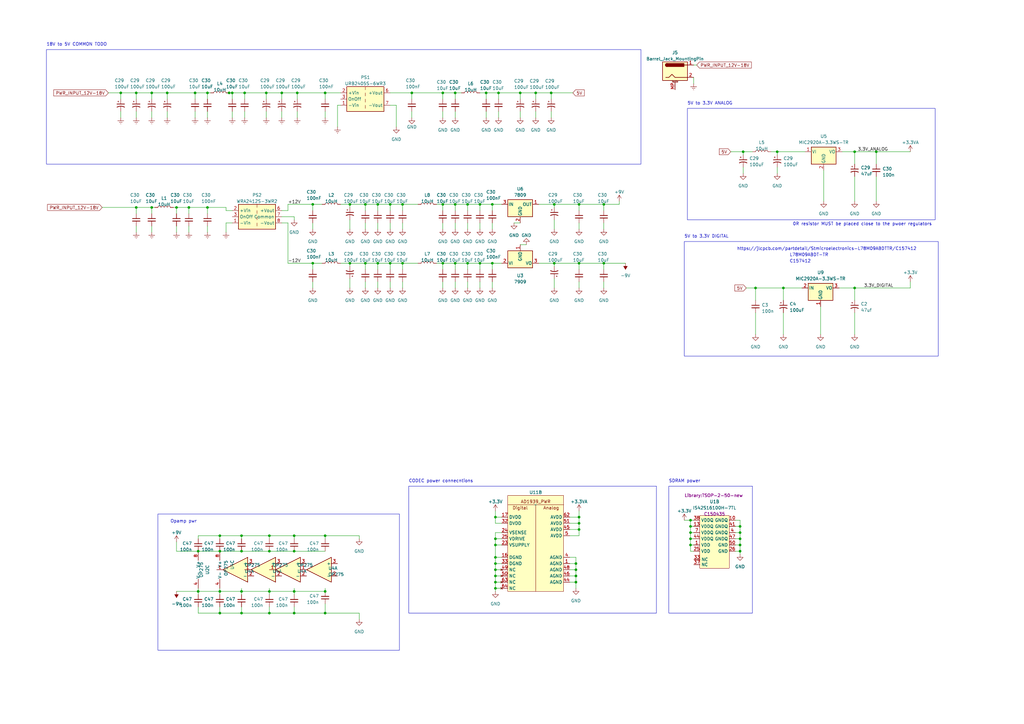
<source format=kicad_sch>
(kicad_sch (version 20230121) (generator eeschema)
  (paper "A3")
  (junction (at 81.28 242.57))
  (junction (at 121.92 38.1))
  (junction (at 350.52 118.11))
  (junction (at 303.53 220.98))
  (junction (at 72.39 85.09))
  (junction (at 160.02 107.95))
  (junction (at 149.86 107.95))
  (junction (at 93.98 38.1))
  (junction (at 236.22 231.14))
  (junction (at 236.22 238.76))
  (junction (at 283.21 218.44))
  (junction (at 110.49 226.06))
  (junction (at 237.49 217.17))
  (junction (at 115.57 38.1))
  (junction (at 201.93 83.82))
  (junction (at 181.61 107.95))
  (junction (at 247.65 83.82))
  (junction (at 85.09 38.1))
  (junction (at 100.33 38.1))
  (junction (at 133.35 219.71))
  (junction (at 283.21 220.98))
  (junction (at 196.85 83.82))
  (junction (at 81.28 226.06))
  (junction (at 304.8 62.23))
  (junction (at 85.09 85.09))
  (junction (at 219.71 38.1))
  (junction (at 143.51 83.82))
  (junction (at 109.22 38.1))
  (junction (at 227.33 107.95))
  (junction (at 283.21 215.9))
  (junction (at 236.22 236.22))
  (junction (at 237.49 212.09))
  (junction (at 133.35 251.46))
  (junction (at 309.88 118.11))
  (junction (at 95.25 38.1))
  (junction (at 68.58 38.1))
  (junction (at 191.77 83.82))
  (junction (at 128.27 83.82))
  (junction (at 359.41 62.23))
  (junction (at 110.49 219.71))
  (junction (at 120.65 251.46))
  (junction (at 165.1 83.82))
  (junction (at 203.2 220.98))
  (junction (at 99.06 219.71))
  (junction (at 80.01 38.1))
  (junction (at 303.53 226.06))
  (junction (at 303.53 223.52))
  (junction (at 133.35 242.57))
  (junction (at 77.47 85.09))
  (junction (at 181.61 38.1))
  (junction (at 90.17 219.71))
  (junction (at 90.17 226.06))
  (junction (at 213.36 38.1))
  (junction (at 181.61 83.82))
  (junction (at 149.86 83.82))
  (junction (at 90.17 251.46))
  (junction (at 237.49 214.63))
  (junction (at 237.49 107.95))
  (junction (at 99.06 251.46))
  (junction (at 203.2 236.22))
  (junction (at 99.06 242.57))
  (junction (at 191.77 107.95))
  (junction (at 120.65 242.57))
  (junction (at 203.2 241.3))
  (junction (at 303.53 218.44))
  (junction (at 110.49 251.46))
  (junction (at 154.94 83.82))
  (junction (at 203.2 212.09))
  (junction (at 62.23 85.09))
  (junction (at 236.22 233.68))
  (junction (at 303.53 215.9))
  (junction (at 227.33 83.82))
  (junction (at 99.06 226.06))
  (junction (at 120.65 226.06))
  (junction (at 120.65 219.71))
  (junction (at 154.94 107.95))
  (junction (at 49.53 38.1))
  (junction (at 203.2 238.76))
  (junction (at 55.88 38.1))
  (junction (at 160.02 83.82))
  (junction (at 186.69 83.82))
  (junction (at 204.47 38.1))
  (junction (at 62.23 38.1))
  (junction (at 186.69 38.1))
  (junction (at 199.39 38.1))
  (junction (at 283.21 223.52))
  (junction (at 247.65 107.95))
  (junction (at 128.27 107.95))
  (junction (at 133.35 38.1))
  (junction (at 90.17 242.57))
  (junction (at 168.91 38.1))
  (junction (at 321.31 118.11))
  (junction (at 350.52 62.23))
  (junction (at 237.49 83.82))
  (junction (at 203.2 228.6))
  (junction (at 203.2 231.14))
  (junction (at 318.77 62.23))
  (junction (at 143.51 107.95))
  (junction (at 110.49 242.57))
  (junction (at 196.85 107.95))
  (junction (at 201.93 107.95))
  (junction (at 283.21 213.36))
  (junction (at 226.06 38.1))
  (junction (at 203.2 233.68))
  (junction (at 203.2 223.52))
  (junction (at 165.1 107.95))
  (junction (at 186.69 107.95))
  (junction (at 55.88 85.09))
  (wire (pts (xy 318.77 71.12) (xy 318.77 68.58)))
  (wire (pts (xy 160.02 43.18) (xy 162.56 43.18)))
  (wire (pts (xy 154.94 91.44) (xy 154.94 93.98)))
  (wire (pts (xy 203.2 220.98) (xy 203.2 223.52)))
  (wire (pts (xy 118.11 107.95) (xy 128.27 107.95)))
  (wire (pts (xy 62.23 85.09) (xy 63.5 85.09)))
  (wire (pts (xy 181.61 91.44) (xy 181.61 93.98)))
  (wire (pts (xy 160.02 107.95) (xy 165.1 107.95)))
  (wire (pts (xy 199.39 45.72) (xy 199.39 48.26)))
  (wire (pts (xy 321.31 128.27) (xy 321.31 137.16)))
  (wire (pts (xy 160.02 107.95) (xy 160.02 110.49)))
  (wire (pts (xy 120.65 242.57) (xy 120.65 243.84)))
  (wire (pts (xy 226.06 38.1) (xy 226.06 40.64)))
  (wire (pts (xy 72.39 85.09) (xy 72.39 87.63)))
  (wire (pts (xy 247.65 83.82) (xy 247.65 86.36)))
  (wire (pts (xy 118.11 83.82) (xy 118.11 86.36)))
  (wire (pts (xy 227.33 107.95) (xy 227.33 109.22)))
  (wire (pts (xy 118.11 91.44) (xy 118.11 107.95)))
  (wire (pts (xy 68.58 45.72) (xy 68.58 48.26)))
  (wire (pts (xy 139.7 83.82) (xy 143.51 83.82)))
  (wire (pts (xy 81.28 242.57) (xy 81.28 243.84)))
  (wire (pts (xy 203.2 238.76) (xy 203.2 241.3)))
  (wire (pts (xy 120.65 242.57) (xy 133.35 242.57)))
  (wire (pts (xy 72.39 222.25) (xy 72.39 226.06)))
  (wire (pts (xy 191.77 91.44) (xy 191.77 93.98)))
  (wire (pts (xy 303.53 213.36) (xy 303.53 215.9)))
  (wire (pts (xy 93.98 38.1) (xy 95.25 38.1)))
  (wire (pts (xy 213.36 45.72) (xy 213.36 48.26)))
  (wire (pts (xy 233.68 231.14) (xy 236.22 231.14)))
  (wire (pts (xy 186.69 45.72) (xy 186.69 48.26)))
  (wire (pts (xy 81.28 226.06) (xy 90.17 226.06)))
  (wire (pts (xy 318.77 62.23) (xy 330.2 62.23)))
  (wire (pts (xy 147.32 251.46) (xy 133.35 251.46)))
  (wire (pts (xy 168.91 38.1) (xy 181.61 38.1)))
  (wire (pts (xy 121.92 45.72) (xy 121.92 48.26)))
  (wire (pts (xy 191.77 83.82) (xy 196.85 83.82)))
  (wire (pts (xy 133.35 45.72) (xy 133.35 48.26)))
  (wire (pts (xy 254 82.55) (xy 254 83.82)))
  (wire (pts (xy 81.28 242.57) (xy 81.28 241.3)))
  (wire (pts (xy 133.35 38.1) (xy 133.35 40.64)))
  (wire (pts (xy 147.32 251.46) (xy 147.32 254)))
  (wire (pts (xy 138.43 43.18) (xy 139.7 43.18)))
  (wire (pts (xy 160.02 83.82) (xy 160.02 86.36)))
  (wire (pts (xy 196.85 83.82) (xy 201.93 83.82)))
  (wire (pts (xy 301.625 220.98) (xy 303.53 220.98)))
  (wire (pts (xy 90.17 226.06) (xy 99.06 226.06)))
  (wire (pts (xy 283.21 223.52) (xy 284.48 223.52)))
  (wire (pts (xy 204.47 38.1) (xy 204.47 40.64)))
  (wire (pts (xy 62.23 38.1) (xy 62.23 40.64)))
  (wire (pts (xy 160.02 91.44) (xy 160.02 93.98)))
  (wire (pts (xy 205.74 236.22) (xy 203.2 236.22)))
  (wire (pts (xy 321.31 118.11) (xy 321.31 123.19)))
  (wire (pts (xy 186.69 83.82) (xy 186.69 86.36)))
  (wire (pts (xy 100.33 38.1) (xy 100.33 40.64)))
  (wire (pts (xy 133.35 247.65) (xy 133.35 251.46)))
  (wire (pts (xy 149.86 83.82) (xy 154.94 83.82)))
  (wire (pts (xy 283.21 223.52) (xy 283.21 226.06)))
  (wire (pts (xy 92.71 95.25) (xy 92.71 91.44)))
  (wire (pts (xy 283.21 218.44) (xy 283.21 220.98)))
  (wire (pts (xy 99.06 219.71) (xy 99.06 220.98)))
  (wire (pts (xy 165.1 107.95) (xy 171.45 107.95)))
  (wire (pts (xy 283.21 213.36) (xy 284.48 213.36)))
  (wire (pts (xy 205.74 241.3) (xy 203.2 241.3)))
  (wire (pts (xy 303.53 218.44) (xy 303.53 220.98)))
  (wire (pts (xy 110.49 251.46) (xy 110.49 248.92)))
  (wire (pts (xy 160.02 115.57) (xy 160.02 118.11)))
  (wire (pts (xy 201.93 83.82) (xy 201.93 86.36)))
  (wire (pts (xy 179.07 107.95) (xy 181.61 107.95)))
  (wire (pts (xy 219.71 38.1) (xy 219.71 40.64)))
  (wire (pts (xy 143.51 114.3) (xy 143.51 118.11)))
  (wire (pts (xy 85.09 85.09) (xy 85.09 87.63)))
  (wire (pts (xy 143.51 107.95) (xy 143.51 109.22)))
  (wire (pts (xy 350.52 67.31) (xy 350.52 62.23)))
  (wire (pts (xy 350.52 123.19) (xy 350.52 118.11)))
  (wire (pts (xy 85.09 38.1) (xy 86.36 38.1)))
  (wire (pts (xy 350.52 72.39) (xy 350.52 82.55)))
  (wire (pts (xy 80.01 45.72) (xy 80.01 48.26)))
  (wire (pts (xy 359.41 67.31) (xy 359.41 62.23)))
  (wire (pts (xy 359.41 62.23) (xy 373.38 62.23)))
  (wire (pts (xy 321.31 118.11) (xy 328.93 118.11)))
  (wire (pts (xy 303.53 226.06) (xy 303.53 227.33)))
  (wire (pts (xy 205.74 231.14) (xy 203.2 231.14)))
  (wire (pts (xy 204.47 38.1) (xy 213.36 38.1)))
  (wire (pts (xy 95.25 38.1) (xy 100.33 38.1)))
  (wire (pts (xy 236.22 233.68) (xy 236.22 236.22)))
  (wire (pts (xy 133.35 251.46) (xy 120.65 251.46)))
  (wire (pts (xy 143.51 85.09) (xy 143.51 83.82)))
  (wire (pts (xy 147.32 219.71) (xy 147.32 220.98)))
  (wire (pts (xy 99.06 219.71) (xy 110.49 219.71)))
  (wire (pts (xy 99.06 251.46) (xy 110.49 251.46)))
  (wire (pts (xy 181.61 107.95) (xy 181.61 110.49)))
  (wire (pts (xy 95.25 45.72) (xy 95.25 48.26)))
  (wire (pts (xy 133.35 219.71) (xy 133.35 220.98)))
  (wire (pts (xy 154.94 115.57) (xy 154.94 118.11)))
  (wire (pts (xy 81.28 251.46) (xy 90.17 251.46)))
  (wire (pts (xy 196.85 107.95) (xy 196.85 110.49)))
  (wire (pts (xy 284.48 34.29) (xy 284.48 31.75)))
  (wire (pts (xy 233.68 217.17) (xy 237.49 217.17)))
  (wire (pts (xy 191.77 107.95) (xy 196.85 107.95)))
  (wire (pts (xy 203.2 231.14) (xy 203.2 233.68)))
  (wire (pts (xy 165.1 115.57) (xy 165.1 118.11)))
  (wire (pts (xy 220.98 107.95) (xy 227.33 107.95)))
  (wire (pts (xy 49.53 38.1) (xy 55.88 38.1)))
  (wire (pts (xy 201.93 115.57) (xy 201.93 118.11)))
  (wire (pts (xy 215.9 100.33) (xy 213.36 100.33)))
  (wire (pts (xy 160.02 83.82) (xy 165.1 83.82)))
  (wire (pts (xy 227.33 93.98) (xy 227.33 90.17)))
  (wire (pts (xy 336.55 125.73) (xy 336.55 137.16)))
  (wire (pts (xy 120.65 88.9) (xy 120.65 90.17)))
  (wire (pts (xy 90.17 243.84) (xy 90.17 242.57)))
  (wire (pts (xy 162.56 43.18) (xy 162.56 52.07)))
  (wire (pts (xy 149.86 115.57) (xy 149.86 118.11)))
  (wire (pts (xy 165.1 83.82) (xy 165.1 86.36)))
  (wire (pts (xy 350.52 118.11) (xy 373.38 118.11)))
  (wire (pts (xy 120.65 242.57) (xy 120.65 241.3)))
  (wire (pts (xy 191.77 115.57) (xy 191.77 118.11)))
  (wire (pts (xy 90.17 242.57) (xy 99.06 242.57)))
  (wire (pts (xy 181.61 107.95) (xy 186.69 107.95)))
  (wire (pts (xy 181.61 83.82) (xy 186.69 83.82)))
  (wire (pts (xy 196.85 115.57) (xy 196.85 118.11)))
  (wire (pts (xy 154.94 107.95) (xy 154.94 110.49)))
  (wire (pts (xy 81.28 251.46) (xy 81.28 248.92)))
  (wire (pts (xy 219.71 38.1) (xy 226.06 38.1)))
  (wire (pts (xy 283.21 220.98) (xy 283.21 223.52)))
  (wire (pts (xy 301.625 215.9) (xy 303.53 215.9)))
  (wire (pts (xy 165.1 83.82) (xy 171.45 83.82)))
  (wire (pts (xy 149.86 107.95) (xy 149.86 110.49)))
  (wire (pts (xy 304.8 63.5) (xy 304.8 62.23)))
  (wire (pts (xy 186.69 83.82) (xy 191.77 83.82)))
  (wire (pts (xy 168.91 38.1) (xy 168.91 40.64)))
  (wire (pts (xy 99.06 226.06) (xy 110.49 226.06)))
  (wire (pts (xy 55.88 85.09) (xy 62.23 85.09)))
  (wire (pts (xy 186.69 107.95) (xy 186.69 110.49)))
  (wire (pts (xy 247.65 107.95) (xy 247.65 110.49)))
  (wire (pts (xy 201.93 107.95) (xy 201.93 110.49)))
  (wire (pts (xy 110.49 226.06) (xy 120.65 226.06)))
  (wire (pts (xy 80.01 38.1) (xy 85.09 38.1)))
  (wire (pts (xy 85.09 45.72) (xy 85.09 48.26)))
  (wire (pts (xy 90.17 251.46) (xy 90.17 248.92)))
  (wire (pts (xy 99.06 242.57) (xy 110.49 242.57)))
  (wire (pts (xy 233.68 236.22) (xy 236.22 236.22)))
  (wire (pts (xy 120.65 219.71) (xy 120.65 220.98)))
  (wire (pts (xy 247.65 115.57) (xy 247.65 118.11)))
  (wire (pts (xy 100.33 45.72) (xy 100.33 48.26)))
  (wire (pts (xy 181.61 38.1) (xy 181.61 40.64)))
  (wire (pts (xy 337.82 69.85) (xy 337.82 82.55)))
  (wire (pts (xy 233.68 219.71) (xy 237.49 219.71)))
  (wire (pts (xy 55.88 92.71) (xy 55.88 95.25)))
  (wire (pts (xy 71.12 85.09) (xy 72.39 85.09)))
  (wire (pts (xy 237.49 91.44) (xy 237.49 93.98)))
  (wire (pts (xy 237.49 217.17) (xy 237.49 219.71)))
  (wire (pts (xy 55.88 85.09) (xy 55.88 87.63)))
  (wire (pts (xy 143.51 83.82) (xy 149.86 83.82)))
  (wire (pts (xy 226.06 38.1) (xy 234.95 38.1)))
  (wire (pts (xy 191.77 107.95) (xy 191.77 110.49)))
  (wire (pts (xy 201.93 91.44) (xy 201.93 93.98)))
  (wire (pts (xy 205.74 214.63) (xy 203.2 214.63)))
  (wire (pts (xy 247.65 83.82) (xy 254 83.82)))
  (wire (pts (xy 165.1 91.44) (xy 165.1 93.98)))
  (wire (pts (xy 92.71 86.36) (xy 92.71 85.09)))
  (wire (pts (xy 227.33 83.82) (xy 237.49 83.82)))
  (wire (pts (xy 186.69 115.57) (xy 186.69 118.11)))
  (wire (pts (xy 318.77 63.5) (xy 318.77 62.23)))
  (wire (pts (xy 301.625 223.52) (xy 303.53 223.52)))
  (wire (pts (xy 121.92 38.1) (xy 121.92 40.64)))
  (wire (pts (xy 115.57 45.72) (xy 115.57 48.26)))
  (wire (pts (xy 316.23 62.23) (xy 318.77 62.23)))
  (wire (pts (xy 85.09 38.1) (xy 85.09 40.64)))
  (wire (pts (xy 168.91 45.72) (xy 168.91 48.26)))
  (wire (pts (xy 90.17 219.71) (xy 90.17 220.98)))
  (wire (pts (xy 95.25 38.1) (xy 95.25 40.64)))
  (wire (pts (xy 133.35 241.3) (xy 133.35 242.57)))
  (wire (pts (xy 128.27 91.44) (xy 128.27 93.98)))
  (wire (pts (xy 49.53 45.72) (xy 49.53 48.26)))
  (wire (pts (xy 237.49 212.09) (xy 237.49 214.63)))
  (wire (pts (xy 196.85 107.95) (xy 201.93 107.95)))
  (wire (pts (xy 350.52 62.23) (xy 359.41 62.23)))
  (wire (pts (xy 309.88 118.11) (xy 321.31 118.11)))
  (wire (pts (xy 237.49 115.57) (xy 237.49 118.11)))
  (wire (pts (xy 219.71 45.72) (xy 219.71 48.26)))
  (wire (pts (xy 110.49 242.57) (xy 110.49 243.84)))
  (wire (pts (xy 345.44 62.23) (xy 350.52 62.23)))
  (wire (pts (xy 237.49 83.82) (xy 237.49 86.36)))
  (wire (pts (xy 201.93 83.82) (xy 205.74 83.82)))
  (wire (pts (xy 181.61 38.1) (xy 186.69 38.1)))
  (wire (pts (xy 133.35 219.71) (xy 147.32 219.71)))
  (wire (pts (xy 191.77 83.82) (xy 191.77 86.36)))
  (wire (pts (xy 132.08 83.82) (xy 128.27 83.82)))
  (wire (pts (xy 99.06 251.46) (xy 99.06 248.92)))
  (wire (pts (xy 303.53 215.9) (xy 303.53 218.44)))
  (wire (pts (xy 303.53 223.52) (xy 303.53 226.06)))
  (wire (pts (xy 196.85 91.44) (xy 196.85 93.98)))
  (wire (pts (xy 205.74 218.44) (xy 203.2 218.44)))
  (wire (pts (xy 186.69 38.1) (xy 186.69 40.64)))
  (wire (pts (xy 213.36 38.1) (xy 219.71 38.1)))
  (wire (pts (xy 81.28 242.57) (xy 90.17 242.57)))
  (wire (pts (xy 85.09 85.09) (xy 92.71 85.09)))
  (wire (pts (xy 77.47 92.71) (xy 77.47 95.25)))
  (wire (pts (xy 120.65 219.71) (xy 133.35 219.71)))
  (wire (pts (xy 203.2 236.22) (xy 203.2 238.76)))
  (wire (pts (xy 226.06 45.72) (xy 226.06 48.26)))
  (wire (pts (xy 350.52 128.27) (xy 350.52 137.16)))
  (wire (pts (xy 199.39 38.1) (xy 199.39 40.64)))
  (wire (pts (xy 301.625 213.36) (xy 303.53 213.36)))
  (wire (pts (xy 301.625 226.06) (xy 303.53 226.06)))
  (wire (pts (xy 203.2 212.09) (xy 203.2 214.63)))
  (wire (pts (xy 283.21 215.9) (xy 284.48 215.9)))
  (wire (pts (xy 62.23 85.09) (xy 62.23 87.63)))
  (wire (pts (xy 110.49 219.71) (xy 110.49 220.98)))
  (wire (pts (xy 283.21 220.98) (xy 284.48 220.98)))
  (wire (pts (xy 373.38 115.57) (xy 373.38 118.11)))
  (wire (pts (xy 90.17 251.46) (xy 99.06 251.46)))
  (wire (pts (xy 110.49 219.71) (xy 120.65 219.71)))
  (wire (pts (xy 233.68 212.09) (xy 237.49 212.09)))
  (wire (pts (xy 306.07 118.11) (xy 309.88 118.11)))
  (wire (pts (xy 80.01 38.1) (xy 80.01 40.64)))
  (wire (pts (xy 149.86 107.95) (xy 154.94 107.95)))
  (wire (pts (xy 203.2 228.6) (xy 203.2 231.14)))
  (wire (pts (xy 237.49 83.82) (xy 247.65 83.82)))
  (wire (pts (xy 280.67 213.36) (xy 283.21 213.36)))
  (wire (pts (xy 236.22 231.14) (xy 236.22 233.68)))
  (wire (pts (xy 139.7 107.95) (xy 143.51 107.95)))
  (wire (pts (xy 160.02 38.1) (xy 168.91 38.1)))
  (wire (pts (xy 203.2 218.44) (xy 203.2 220.98)))
  (wire (pts (xy 120.65 251.46) (xy 120.65 248.92)))
  (wire (pts (xy 44.45 38.1) (xy 49.53 38.1)))
  (wire (pts (xy 72.39 85.09) (xy 77.47 85.09)))
  (wire (pts (xy 85.09 92.71) (xy 85.09 95.25)))
  (wire (pts (xy 154.94 83.82) (xy 160.02 83.82)))
  (wire (pts (xy 55.88 45.72) (xy 55.88 48.26)))
  (wire (pts (xy 205.74 220.98) (xy 203.2 220.98)))
  (wire (pts (xy 301.625 218.44) (xy 303.53 218.44)))
  (wire (pts (xy 143.51 93.98) (xy 143.51 90.17)))
  (wire (pts (xy 203.2 233.68) (xy 203.2 236.22)))
  (wire (pts (xy 92.71 38.1) (xy 93.98 38.1)))
  (wire (pts (xy 233.68 238.76) (xy 236.22 238.76)))
  (wire (pts (xy 227.33 114.3) (xy 227.33 118.11)))
  (wire (pts (xy 196.85 83.82) (xy 196.85 86.36)))
  (wire (pts (xy 237.49 214.63) (xy 237.49 217.17)))
  (wire (pts (xy 92.71 91.44) (xy 95.25 91.44)))
  (wire (pts (xy 41.91 85.09) (xy 55.88 85.09)))
  (wire (pts (xy 181.61 115.57) (xy 181.61 118.11)))
  (wire (pts (xy 203.2 212.09) (xy 205.74 212.09)))
  (wire (pts (xy 203.2 209.55) (xy 203.2 212.09)))
  (wire (pts (xy 110.49 242.57) (xy 110.49 241.3)))
  (wire (pts (xy 100.33 38.1) (xy 109.22 38.1)))
  (wire (pts (xy 205.74 223.52) (xy 203.2 223.52)))
  (wire (pts (xy 227.33 85.09) (xy 227.33 83.82)))
  (wire (pts (xy 181.61 45.72) (xy 181.61 48.26)))
  (wire (pts (xy 205.74 233.68) (xy 203.2 233.68)))
  (wire (pts (xy 203.2 223.52) (xy 203.2 228.6)))
  (wire (pts (xy 283.21 213.36) (xy 283.21 215.9)))
  (wire (pts (xy 95.25 86.36) (xy 92.71 86.36)))
  (wire (pts (xy 154.94 107.95) (xy 160.02 107.95)))
  (wire (pts (xy 201.93 107.95) (xy 205.74 107.95)))
  (wire (pts (xy 303.53 220.98) (xy 303.53 223.52)))
  (wire (pts (xy 204.47 45.72) (xy 204.47 48.26)))
  (wire (pts (xy 109.22 38.1) (xy 109.22 40.64)))
  (wire (pts (xy 110.49 242.57) (xy 120.65 242.57)))
  (wire (pts (xy 220.98 83.82) (xy 227.33 83.82)))
  (wire (pts (xy 237.49 107.95) (xy 237.49 110.49)))
  (wire (pts (xy 236.22 228.6) (xy 236.22 231.14)))
  (wire (pts (xy 90.17 219.71) (xy 99.06 219.71)))
  (wire (pts (xy 149.86 91.44) (xy 149.86 93.98)))
  (wire (pts (xy 81.28 219.71) (xy 90.17 219.71)))
  (wire (pts (xy 165.1 107.95) (xy 165.1 110.49)))
  (wire (pts (xy 133.35 38.1) (xy 139.7 38.1)))
  (wire (pts (xy 115.57 86.36) (xy 118.11 86.36)))
  (wire (pts (xy 203.2 241.3) (xy 203.2 242.57)))
  (wire (pts (xy 68.58 38.1) (xy 68.58 40.64)))
  (wire (pts (xy 115.57 91.44) (xy 118.11 91.44)))
  (wire (pts (xy 154.94 83.82) (xy 154.94 86.36)))
  (wire (pts (xy 121.92 38.1) (xy 133.35 38.1)))
  (wire (pts (xy 237.49 107.95) (xy 247.65 107.95)))
  (wire (pts (xy 62.23 38.1) (xy 68.58 38.1)))
  (wire (pts (xy 99.06 242.57) (xy 99.06 241.3)))
  (wire (pts (xy 62.23 45.72) (xy 62.23 48.26)))
  (wire (pts (xy 283.21 215.9) (xy 283.21 218.44)))
  (wire (pts (xy 62.23 92.71) (xy 62.23 95.25)))
  (wire (pts (xy 186.69 107.95) (xy 191.77 107.95)))
  (wire (pts (xy 49.53 38.1) (xy 49.53 40.64)))
  (wire (pts (xy 299.72 62.23) (xy 304.8 62.23)))
  (wire (pts (xy 247.65 91.44) (xy 247.65 93.98)))
  (wire (pts (xy 77.47 85.09) (xy 77.47 87.63)))
  (wire (pts (xy 128.27 115.57) (xy 128.27 118.11)))
  (wire (pts (xy 179.07 83.82) (xy 181.61 83.82)))
  (wire (pts (xy 186.69 91.44) (xy 186.69 93.98)))
  (wire (pts (xy 233.68 214.63) (xy 237.49 214.63)))
  (wire (pts (xy 128.27 83.82) (xy 128.27 86.36)))
  (wire (pts (xy 72.39 92.71) (xy 72.39 95.25)))
  (wire (pts (xy 109.22 45.72) (xy 109.22 48.26)))
  (wire (pts (xy 304.8 62.23) (xy 308.61 62.23)))
  (wire (pts (xy 115.57 38.1) (xy 121.92 38.1)))
  (wire (pts (xy 186.69 38.1) (xy 189.23 38.1)))
  (wire (pts (xy 304.8 71.12) (xy 304.8 68.58)))
  (wire (pts (xy 283.21 226.06) (xy 284.48 226.06)))
  (wire (pts (xy 128.27 107.95) (xy 132.08 107.95)))
  (wire (pts (xy 109.22 38.1) (xy 115.57 38.1)))
  (wire (pts (xy 309.88 128.27) (xy 309.88 137.16)))
  (wire (pts (xy 90.17 242.57) (xy 90.17 241.3)))
  (wire (pts (xy 72.39 242.57) (xy 81.28 242.57)))
  (wire (pts (xy 199.39 38.1) (xy 204.47 38.1)))
  (wire (pts (xy 72.39 226.06) (xy 81.28 226.06)))
  (wire (pts (xy 247.65 107.95) (xy 256.54 107.95)))
  (wire (pts (xy 213.36 38.1) (xy 213.36 40.64)))
  (wire (pts (xy 128.27 107.95) (xy 128.27 110.49)))
  (wire (pts (xy 99.06 242.57) (xy 99.06 243.84)))
  (wire (pts (xy 283.21 218.44) (xy 284.48 218.44)))
  (wire (pts (xy 115.57 88.9) (xy 120.65 88.9)))
  (wire (pts (xy 77.47 85.09) (xy 85.09 85.09)))
  (wire (pts (xy 68.58 38.1) (xy 80.01 38.1)))
  (wire (pts (xy 309.88 118.11) (xy 309.88 123.19)))
  (wire (pts (xy 55.88 38.1) (xy 62.23 38.1)))
  (wire (pts (xy 55.88 38.1) (xy 55.88 40.64)))
  (wire (pts (xy 81.28 219.71) (xy 81.28 220.98)))
  (wire (pts (xy 196.85 38.1) (xy 199.39 38.1)))
  (wire (pts (xy 120.65 226.06) (xy 133.35 226.06)))
  (wire (pts (xy 110.49 251.46) (xy 120.65 251.46)))
  (wire (pts (xy 118.11 83.82) (xy 128.27 83.82)))
  (wire (pts (xy 237.49 209.55) (xy 237.49 212.09)))
  (wire (pts (xy 233.68 228.6) (xy 236.22 228.6)))
  (wire (pts (xy 205.74 238.76) (xy 203.2 238.76)))
  (wire (pts (xy 359.41 72.39) (xy 359.41 82.55)))
  (wire (pts (xy 210.82 91.44) (xy 213.36 91.44)))
  (wire (pts (xy 143.51 107.95) (xy 149.86 107.95)))
  (wire (pts (xy 181.61 83.82) (xy 181.61 86.36)))
  (wire (pts (xy 138.43 43.18) (xy 138.43 52.07)))
  (wire (pts (xy 233.68 233.68) (xy 236.22 233.68)))
  (wire (pts (xy 205.74 228.6) (xy 203.2 228.6)))
  (wire (pts (xy 149.86 83.82) (xy 149.86 86.36)))
  (wire (pts (xy 236.22 236.22) (xy 236.22 238.76)))
  (wire (pts (xy 344.17 118.11) (xy 350.52 118.11)))
  (wire (pts (xy 236.22 238.76) (xy 236.22 241.3)))
  (wire (pts (xy 115.57 38.1) (xy 115.57 40.64)))
  (wire (pts (xy 285.75 26.67) (xy 284.48 26.67)))
  (wire (pts (xy 227.33 107.95) (xy 237.49 107.95)))
  (rectangle (start 167.64 199.39) (end 269.24 251.46))
  (rectangle (start 280.67 99.06) (end 384.81 146.05))
  (rectangle (start 274.32 199.39) (end 308.61 251.46))
  (rectangle (start 281.94 44.45) (end 383.54 90.17))
  (rectangle (start 64.77 210.82) (end 163.83 266.7))
  (rectangle (start 19.05 20.32) (end 262.89 67.31))
  (text "C157412" (at 323.85 107.95 0) (effects (font (size 1.27 1.27)) (justify left bottom)))
  (text "\nL78M09ABDT-TR" (at 323.85 105.41 0) (effects (font (size 1.27 1.27)) (justify left bottom)))
  (text "5V to 3.3V DIGITAL\n" (at 280.67 97.79 0) (effects (font (size 1.27 1.27)) (justify left bottom)))
  (text "SDRAM power\n" (at 274.32 198.12 0) (effects (font (size 1.27 1.27)) (justify left bottom)))
  (text "CODEC power connecntions\n" (at 167.64 198.12 0) (effects (font (size 1.27 1.27)) (justify left bottom)))
  (text "Opamp pwr\n" (at 69.85 214.63 0) (effects (font (size 1.27 1.27)) (justify left bottom)))
  (text "0R resistor MUST be placed close to the pwoer regulators\n" (at 325.12 92.71 0) (effects (font (size 1.27 1.27)) (justify left bottom)))
  (text "5V to 3.3V ANALOG\n" (at 281.94 43.18 0) (effects (font (size 1.27 1.27)) (justify left bottom)))
  (text "https://jlcpcb.com/partdetail/Stmicroelectronics-L78M09ABDTTR/C157412" (at 302.26 102.87 0) (effects (font (size 1.27 1.27)) (justify left bottom)))
  (text "18V to 5V COMMON TODO\n" (at 19.05 19.05 0) (effects (font (size 1.27 1.27)) (justify left bottom)))
  (label "+12V" (at 118.11 83.82 0))
  (label "3.3V_ANALOG" (at 351.79 62.23 0))
  (label "-12V" (at 118.11 107.95 0))
  (label "3.3V_DIGITAL" (at 354.33 118.11 0))
  (global_label "5V" (shape input) (at 306.07 118.11 180) (property "Intersheetrefs" "${INTERSHEET_REFS}" (effects hide)))
  (global_label "PWR_INPUT_12V-18V" (shape input) (at 44.45 38.1 180) (property "Intersheetrefs" "${INTERSHEET_REFS}" (effects hide)))
  (global_label "PWR_INPUT_12V-18V" (shape input) (at 285.75 26.67 0) (property "Intersheetrefs" "${INTERSHEET_REFS}" (effects hide)))
  (global_label "PWR_INPUT_12V-18V" (shape input) (at 41.91 85.09 180) (property "Intersheetrefs" "${INTERSHEET_REFS}" (effects hide)))
  (global_label "5V" (shape input) (at 299.72 62.23 180) (property "Intersheetrefs" "${INTERSHEET_REFS}" (effects hide)))
  (global_label "5V" (shape input) (at 234.95 38.1 0) (property "Intersheetrefs" "${INTERSHEET_REFS}" (effects hide)))
  (symbol (lib_id "power:Earth") (at 49.53 48.26 0) (unit 1)
    (property "Reference" "#PWR0157" (effects hide))
    (property "Value" "Earth" (effects hide))
  )
  (symbol (lib_id "power:GND") (at 186.69 118.11 0) (unit 1)
    (property "Reference" "#PWR03" (effects hide))
    (property "Value" "GND" (at 186.69 123.19 0))
    (instances (project "stm_audio_board_V3" (path "" (reference "#PWR03") (unit 1)) (path "" (reference "#PWR0167") (unit 1))))
  )
  (symbol (lib_id "Device:C_Polarized_Small_US") (at 109.22 43.18 0) (unit 1)
    (property "Reference" "C29" (at 106.68 33.02 0) (effects (justify left)))
    (property "Value" "100uF" (at 106.68 35.56 0) (effects (justify left)))
    (property "Footprint" "Capacitor_THT:CP_Radial_D6.3mm_P2.50mm" (effects hide))
    (instances (project "stm_audio_board_V3" (path "" (reference "C29") (unit 1)) (path "" (reference "C69") (unit 1))))
  )
  (symbol (lib_id "Device:L") (at 67.31 85.09 90) (unit 1)
    (property "Reference" "L1" (at 67.31 81.28 90))
    (property "Value" "10uH" (at 67.31 83.82 90))
    (property "Footprint" "Inductor_SMD:L_Sunlord_SWPA6020S" (effects hide))
    (property "JLCPCB" "C242335" (effects hide))
  )
  (symbol (lib_id "Device:C_Small") (at 309.88 125.73 0) (unit 1)
    (property "Reference" "C3" (at 312.42 125.1013 0) (effects (justify left)))
    (property "Value" "100n" (at 312.42 127.6413 0) (effects (justify left)))
    (property "Footprint" "Capacitor_SMD:C_0603_1608Metric" (effects hide))
    (instances (project "stm_audio_board_V3" (path "" (reference "C3") (unit 1)) (path "" (reference "C102") (unit 1))))
  )
  (symbol (lib_id "Device:C_Small") (at 165.1 113.03 0) (unit 1)
    (property "Reference" "C30" (at 162.56 104.14 0) (effects (justify left)))
    (property "Value" "10uF" (at 162.56 106.68 0) (effects (justify left)))
    (property "Footprint" "Capacitor_SMD:C_1206_3216Metric" (effects hide))
    (instances (project "stm_audio_board_V3" (path "" (reference "C30") (unit 1)) (path "" (reference "C155") (unit 1))))
  )
  (symbol (lib_id "power:GND") (at 196.85 118.11 0) (unit 1)
    (property "Reference" "#PWR03" (effects hide))
    (property "Value" "GND" (at 196.85 123.19 0))
    (instances (project "stm_audio_board_V3" (path "" (reference "#PWR03") (unit 1)) (path "" (reference "#PWR0169") (unit 1))))
  )
  (symbol (lib_id "power:GND") (at 168.91 48.26 0) (unit 1)
    (property "Reference" "#PWR03" (effects hide))
    (property "Value" "GND" (at 168.91 52.07 0))
    (instances (project "stm_audio_board_V3" (path "" (reference "#PWR03") (unit 1)) (path "" (reference "#PWR0161") (unit 1))))
  )
  (symbol (lib_id "power:GND") (at 165.1 118.11 0) (unit 1)
    (property "Reference" "#PWR03" (effects hide))
    (property "Value" "GND" (at 165.1 123.19 0))
    (instances (project "stm_audio_board_V3" (path "" (reference "#PWR03") (unit 1)) (path "" (reference "#PWR0154") (unit 1))))
  )
  (symbol (lib_id "power:Earth") (at 62.23 48.26 0) (unit 1)
    (property "Reference" "#PWR06" (effects hide))
    (property "Value" "Earth" (effects hide))
  )
  (symbol (lib_name "LF33_TO252_1") (lib_id "Regulator_Linear:LF33_TO252") (at 336.55 118.11 0) (unit 1)
    (property "Reference" "U9" (at 336.55 111.76 0))
    (property "Value" "MIC2920A-3.3WS-TR" (at 336.55 114.3 0))
    (property "Footprint" "Package_TO_SOT_SMD:SOT-89-3" (effects hide))
    (property "Datasheet" "https://hu.farnell.com/microchip/mic2920a-3-3ws-tr/ldo-reg-26vin-0-4a-3-3v-3sot223/dp/2510013" (effects hide))
  )
  (symbol (lib_id "Device:C_Polarized_Small_US") (at 219.71 43.18 0) (unit 1)
    (property "Reference" "C29" (at 217.17 33.2232 0) (effects (justify left)))
    (property "Value" "100uF" (at 217.17 35.7632 0) (effects (justify left)))
    (property "Footprint" "Capacitor_THT:CP_Radial_D6.3mm_P2.50mm" (effects hide))
    (instances (project "stm_audio_board_V3" (path "" (reference "C29") (unit 1)) (path "" (reference "C150") (unit 1))))
  )
  (symbol (lib_id "power:GND") (at 199.39 48.26 0) (unit 1)
    (property "Reference" "#PWR03" (effects hide))
    (property "Value" "GND" (at 199.39 53.34 0))
    (instances (project "stm_audio_board_V3" (path "" (reference "#PWR03") (unit 1)) (path "" (reference "#PWR0149") (unit 1))))
  )
  (symbol (lib_id "power:Earth") (at 121.92 48.26 0) (unit 1)
    (property "Reference" "#PWR092" (effects hide))
    (property "Value" "Earth" (effects hide))
  )
  (symbol (lib_id "Device:C_Polarized_Small_US") (at 115.57 43.18 0) (unit 1)
    (property "Reference" "C29" (at 113.03 33.02 0) (effects (justify left)))
    (property "Value" "100uF" (at 113.03 35.56 0) (effects (justify left)))
    (property "Footprint" "Capacitor_THT:CP_Radial_D6.3mm_P2.50mm" (effects hide))
    (instances (project "stm_audio_board_V3" (path "" (reference "C29") (unit 1)) (path "" (reference "C76") (unit 1))))
  )
  (symbol (lib_id "Device:C_Small") (at 133.35 223.52 0) (mirror x) (unit 1)
    (property "Reference" "C47" (at 130.81 222.8786 0) (effects (justify right)))
    (property "Value" "100n" (at 130.81 225.4186 0) (effects (justify right)))
    (property "Footprint" "Capacitor_SMD:C_0603_1608Metric" (effects hide))
    (instances (project "stm_audio_board_V3" (path "" (reference "C47") (unit 1)) (path "" (reference "C63") (unit 1)) (path "" (reference "C25") (unit 1)) (path "" (reference "C179") (unit 1))))
  )
  (symbol (lib_id "Amplifier_Operational:OP275") (at 92.71 233.68 0) (unit 3)
    (property "Reference" "U4" (at 95.25 233.68 90) (effects (justify left)))
    (property "Value" "OP275" (at 92.71 236.22 90) (effects (justify left)))
    (property "Footprint" "Package_SO:SSOP-8_3.9x5.05mm_P1.27mm" (effects hide))
    (property "Datasheet" "https://www.analog.com/media/en/technical-documentation/data-sheets/OP275.pdf" (effects hide))
    (property "JLCPCB" "C161797" (effects hide))
  )
  (symbol (lib_id "Device:C_Small") (at 181.61 113.03 0) (unit 1)
    (property "Reference" "C30" (at 179.07 104.14 0) (effects (justify left)))
    (property "Value" "10uF" (at 179.07 106.68 0) (effects (justify left)))
    (property "Footprint" "Capacitor_SMD:C_1206_3216Metric" (effects hide))
    (instances (project "stm_audio_board_V3" (path "" (reference "C30") (unit 1)) (path "" (reference "C165") (unit 1))))
  )
  (symbol (lib_id "power:GND") (at 160.02 118.11 0) (unit 1)
    (property "Reference" "#PWR03" (effects hide))
    (property "Value" "GND" (at 160.02 123.19 0))
    (instances (project "stm_audio_board_V3" (path "" (reference "#PWR03") (unit 1)) (path "" (reference "#PWR0153") (unit 1))))
  )
  (symbol (lib_id "Device:L") (at 193.04 38.1 90) (unit 1)
    (property "Reference" "L6" (at 193.04 34.29 90))
    (property "Value" "10uH" (at 193.04 36.83 90))
    (property "Footprint" "Inductor_SMD:L_Sunlord_SWPA6020S" (effects hide))
    (property "JLCPCB" "C242335" (effects hide))
  )
  (symbol (lib_id "Device:C_Small") (at 128.27 88.9 0) (unit 1)
    (property "Reference" "C30" (at 125.73 78.74 0) (effects (justify left)))
    (property "Value" "100nF" (at 125.73 81.28 0) (effects (justify left)))
    (property "Footprint" "Capacitor_SMD:C_0603_1608Metric" (effects hide))
    (instances (project "stm_audio_board_V3" (path "" (reference "C30") (unit 1)) (path "" (reference "C161") (unit 1))))
  )
  (symbol (lib_id "Regulator_Linear:L78L09_SOT89") (at 213.36 83.82 0) (unit 1)
    (property "Reference" "U6" (at 213.36 77.47 0))
    (property "Value" "7809" (at 213.36 80.01 0))
    (property "Footprint" "Package_TO_SOT_SMD:SOT-89-3" (effects hide))
    (property "Datasheet" "http://www.st.com/content/ccc/resource/technical/document/datasheet/15/55/e5/aa/23/5b/43/fd/CD00000446.pdf/files/CD00000446.pdf/jcr:content/translations/en.CD00000446.pdf" (effects hide))
  )
  (symbol (lib_id "Device:C_Small") (at 120.65 246.38 0) (mirror x) (unit 1)
    (property "Reference" "C47" (at 118.11 245.7386 0) (effects (justify right)))
    (property "Value" "100n" (at 118.11 248.2786 0) (effects (justify right)))
    (property "Footprint" "Capacitor_SMD:C_0603_1608Metric" (effects hide))
    (instances (project "stm_audio_board_V3" (path "" (reference "C47") (unit 1)) (path "" (reference "C63") (unit 1)) (path "" (reference "C25") (unit 1)) (path "" (reference "C178") (unit 1))))
  )
  (symbol (lib_id "power:GND") (at 336.55 137.16 0) (unit 1)
    (property "Reference" "#PWR03" (effects hide))
    (property "Value" "GND" (at 336.55 142.24 0))
    (instances (project "stm_audio_board_V3" (path "" (reference "#PWR03") (unit 1)) (path "" (reference "#PWR067") (unit 1))))
  )
  (symbol (lib_id "Device:C_Small") (at 80.01 43.18 0) (unit 1)
    (property "Reference" "C30" (at 77.47 33.02 0) (effects (justify left)))
    (property "Value" "10uF" (at 77.47 35.56 0) (effects (justify left)))
    (property "Footprint" "Capacitor_SMD:C_1206_3216Metric" (effects hide))
    (instances (project "stm_audio_board_V3" (path "" (reference "C30") (unit 1)) (path "" (reference "C104") (unit 1))))
  )
  (symbol (lib_id "Device:C_Polarized_Small_US") (at 318.77 66.04 0) (unit 1)
    (property "Reference" "C29" (at 321.31 64.9732 0) (effects (justify left)))
    (property "Value" "100uF" (at 321.31 67.5132 0) (effects (justify left)))
    (property "Footprint" "Capacitor_THT:CP_Radial_D6.3mm_P2.50mm" (effects hide))
    (instances (project "stm_audio_board_V3" (path "" (reference "C29") (unit 1)) (path "" (reference "C15") (unit 1))))
  )
  (symbol (lib_id "power:Earth") (at 284.48 34.29 0) (unit 1)
    (property "Reference" "#PWR028" (effects hide))
    (property "Value" "Earth" (effects hide))
  )
  (symbol (lib_id "Device:L") (at 175.26 107.95 90) (unit 1)
    (property "Reference" "L7" (at 175.26 104.14 90))
    (property "Value" "10uH" (at 175.26 106.68 90))
    (property "Footprint" "Inductor_SMD:L_Sunlord_SWPA6020S" (effects hide))
    (property "JLCPCB" "C242335" (effects hide))
  )
  (symbol (lib_id "Device:C_Small") (at 359.41 69.85 0) (unit 1)
    (property "Reference" "C30" (at 361.95 69.2213 0) (effects (justify left)))
    (property "Value" "100n" (at 361.95 71.7613 0) (effects (justify left)))
    (property "Footprint" "Capacitor_SMD:C_0603_1608Metric" (effects hide))
  )
  (symbol (lib_id "power:GND") (at 120.65 90.17 0) (unit 1)
    (property "Reference" "#PWR03" (effects hide))
    (property "Value" "GND" (at 120.65 95.25 0))
    (instances (project "stm_audio_board_V3" (path "" (reference "#PWR03") (unit 1)) (path "" (reference "#PWR0131") (unit 1))))
  )
  (symbol (lib_id "power:Earth") (at 77.47 95.25 0) (unit 1)
    (property "Reference" "#PWR0104" (effects hide))
    (property "Value" "Earth" (effects hide))
  )
  (symbol (lib_id "Device:C_Small") (at 247.65 88.9 0) (unit 1)
    (property "Reference" "C30" (at 245.11 80.01 0) (effects (justify left)))
    (property "Value" "10uF" (at 245.11 82.55 0) (effects (justify left)))
    (property "Footprint" "Capacitor_SMD:C_1206_3216Metric" (effects hide))
    (instances (project "stm_audio_board_V3" (path "" (reference "C30") (unit 1)) (path "" (reference "C147") (unit 1))))
  )
  (symbol (lib_id "Device:C_Small") (at 128.27 113.03 0) (unit 1)
    (property "Reference" "C30" (at 125.73 102.87 0) (effects (justify left)))
    (property "Value" "100nF" (at 125.73 105.41 0) (effects (justify left)))
    (property "Footprint" "Capacitor_SMD:C_0603_1608Metric" (effects hide))
    (instances (project "stm_audio_board_V3" (path "" (reference "C30") (unit 1)) (path "" (reference "C163") (unit 1))))
  )
  (symbol (lib_id "Device:C_Small") (at 201.93 113.03 0) (unit 1)
    (property "Reference" "C30" (at 199.39 102.87 0) (effects (justify left)))
    (property "Value" "100nF" (at 199.39 105.41 0) (effects (justify left)))
    (property "Footprint" "Capacitor_SMD:C_0603_1608Metric" (effects hide))
    (instances (project "stm_audio_board_V3" (path "" (reference "C30") (unit 1)) (path "" (reference "C173") (unit 1))))
  )
  (symbol (lib_id "Device:C_Polarized_Small_US") (at 213.36 43.18 0) (unit 1)
    (property "Reference" "C29" (at 210.82 33.2232 0) (effects (justify left)))
    (property "Value" "100uF" (at 210.82 35.7632 0) (effects (justify left)))
    (property "Footprint" "Capacitor_THT:CP_Radial_D6.3mm_P2.50mm" (effects hide))
    (instances (project "stm_audio_board_V3" (path "" (reference "C29") (unit 1)) (path "" (reference "C140") (unit 1))))
  )
  (symbol (lib_id "Device:C_Small") (at 99.06 223.52 0) (mirror x) (unit 1)
    (property "Reference" "C47" (at 96.52 222.8786 0) (effects (justify right)))
    (property "Value" "100n" (at 96.52 225.4186 0) (effects (justify right)))
    (property "Footprint" "Capacitor_SMD:C_0603_1608Metric" (effects hide))
    (instances (project "stm_audio_board_V3" (path "" (reference "C47") (unit 1)) (path "" (reference "C63") (unit 1)) (path "" (reference "C25") (unit 1)) (path "" (reference "C113") (unit 1))))
  )
  (symbol (lib_id "Device:C_Small") (at 201.93 88.9 0) (unit 1)
    (property "Reference" "C30" (at 199.39 78.74 0) (effects (justify left)))
    (property "Value" "100nF" (at 199.39 81.28 0) (effects (justify left)))
    (property "Footprint" "Capacitor_SMD:C_0603_1608Metric" (effects hide))
    (instances (project "stm_audio_board_V3" (path "" (reference "C30") (unit 1)) (path "" (reference "C172") (unit 1))))
  )
  (symbol (lib_id "power:GND") (at 309.88 137.16 0) (unit 1)
    (property "Reference" "#PWR03" (effects hide))
    (property "Value" "GND" (at 309.88 142.24 0))
    (instances (project "stm_audio_board_V3" (path "" (reference "#PWR03") (unit 1)) (path "" (reference "#PWR066") (unit 1))))
  )
  (symbol (lib_id "Device:C_Small") (at 133.35 43.18 0) (unit 1)
    (property "Reference" "C30" (at 130.81 33.02 0) (effects (justify left)))
    (property "Value" "100nF" (at 130.81 35.56 0) (effects (justify left)))
    (property "Footprint" "Capacitor_SMD:C_0603_1608Metric" (effects hide))
    (instances (project "stm_audio_board_V3" (path "" (reference "C30") (unit 1)) (path "" (reference "C159") (unit 1))))
  )
  (symbol (lib_id "power:GND") (at 128.27 118.11 0) (unit 1)
    (property "Reference" "#PWR03" (effects hide))
    (property "Value" "GND" (at 128.27 123.19 0))
    (instances (project "stm_audio_board_V3" (path "" (reference "#PWR03") (unit 1)) (path "" (reference "#PWR0164") (unit 1))))
  )
  (symbol (lib_id "power:GND") (at 149.86 93.98 0) (unit 1)
    (property "Reference" "#PWR03" (effects hide))
    (property "Value" "GND" (at 149.86 99.06 0))
    (instances (project "stm_audio_board_V3" (path "" (reference "#PWR03") (unit 1)) (path "" (reference "#PWR0135") (unit 1))))
  )
  (symbol (lib_id "Device:C_Small") (at 85.09 43.18 0) (unit 1)
    (property "Reference" "C30" (at 82.55 33.02 0) (effects (justify left)))
    (property "Value" "10uF" (at 82.55 35.56 0) (effects (justify left)))
    (property "Footprint" "Capacitor_SMD:C_1206_3216Metric" (effects hide))
    (instances (project "stm_audio_board_V3" (path "" (reference "C30") (unit 1)) (path "" (reference "C105") (unit 1))))
  )
  (symbol (lib_id "power:Earth") (at 115.57 48.26 0) (unit 1)
    (property "Reference" "#PWR091" (effects hide))
    (property "Value" "Earth" (effects hide))
  )
  (symbol (lib_id "Regulator_Linear:LF33_TO252") (at 337.82 62.23 0) (unit 1)
    (property "Reference" "U5" (at 337.82 55.88 0))
    (property "Value" "MIC2920A-3.3WS-TR" (at 337.82 58.42 0))
    (property "Footprint" "Package_TO_SOT_SMD:SOT-223-3_TabPin2" (effects hide))
    (property "Datasheet" "https://hu.farnell.com/microchip/mic2920a-3-3ws-tr/ldo-reg-26vin-0-4a-3-3v-3sot223/dp/2510013" (effects hide))
  )
  (symbol (lib_id "power:GND") (at 196.85 93.98 0) (unit 1)
    (property "Reference" "#PWR03" (effects hide))
    (property "Value" "GND" (at 196.85 99.06 0))
    (instances (project "stm_audio_board_V3" (path "" (reference "#PWR03") (unit 1)) (path "" (reference "#PWR0172") (unit 1))))
  )
  (symbol (lib_id "Device:C_Polarized_Small_US") (at 321.31 125.73 0) (unit 1)
    (property "Reference" "C4" (at 323.85 124.6632 0) (effects (justify left)))
    (property "Value" "100uF" (at 323.85 127.2032 0) (effects (justify left)))
    (property "Footprint" "Capacitor_THT:CP_Radial_D6.3mm_P2.50mm" (effects hide))
    (instances (project "stm_audio_board_V3" (path "" (reference "C4") (unit 1)) (path "" (reference "C70") (unit 1))))
  )
  (symbol (lib_id "power:+9V") (at 72.39 222.25 0) (unit 1)
    (property "Reference" "#PWR076" (effects hide))
    (property "Value" "+9V" (at 72.39 218.44 0))
  )
  (symbol (lib_id "power:Earth") (at 95.25 48.26 0) (unit 1)
    (property "Reference" "#PWR0129" (effects hide))
    (property "Value" "Earth" (effects hide))
  )
  (symbol (lib_id "power:GND") (at 350.52 137.16 0) (unit 1)
    (property "Reference" "#PWR03" (effects hide))
    (property "Value" "GND" (at 350.52 142.24 0))
    (instances (project "stm_audio_board_V3" (path "" (reference "#PWR03") (unit 1)) (path "" (reference "#PWR061") (unit 1))))
  )
  (symbol (lib_id "Device:C_Small") (at 62.23 90.17 0) (unit 1)
    (property "Reference" "C30" (at 59.69 80.01 0) (effects (justify left)))
    (property "Value" "10uF" (at 59.69 82.55 0) (effects (justify left)))
    (property "Footprint" "Capacitor_SMD:C_1206_3216Metric" (effects hide))
    (instances (project "stm_audio_board_V3" (path "" (reference "C30") (unit 1)) (path "" (reference "C137") (unit 1))))
  )
  (symbol (lib_id "Device:C_Small") (at 191.77 88.9 0) (unit 1)
    (property "Reference" "C30" (at 189.23 80.01 0) (effects (justify left)))
    (property "Value" "10uF" (at 189.23 82.55 0) (effects (justify left)))
    (property "Footprint" "Capacitor_SMD:C_1206_3216Metric" (effects hide))
    (instances (project "stm_audio_board_V3" (path "" (reference "C30") (unit 1)) (path "" (reference "C170") (unit 1))))
  )
  (symbol (lib_id "power:Earth") (at 92.71 95.25 0) (unit 1)
    (property "Reference" "#PWR077" (effects hide))
    (property "Value" "Earth" (effects hide))
  )
  (symbol (lib_id "power:Earth") (at 55.88 95.25 0) (unit 1)
    (property "Reference" "#PWR074" (effects hide))
    (property "Value" "Earth" (effects hide))
  )
  (symbol (lib_id "Device:C_Polarized_Small_US") (at 227.33 87.63 0) (unit 1)
    (property "Reference" "C29" (at 224.79 80.01 0) (effects (justify left)))
    (property "Value" "100uF" (at 224.79 82.55 0) (effects (justify left)))
    (property "Footprint" "Capacitor_THT:CP_Radial_D6.3mm_P2.50mm" (effects hide))
    (instances (project "stm_audio_board_V3" (path "" (reference "C29") (unit 1)) (path "" (reference "C28") (unit 1))))
  )
  (symbol (lib_id "power:GND") (at 227.33 118.11 0) (unit 1)
    (property "Reference" "#PWR03" (effects hide))
    (property "Value" "GND" (at 227.33 123.19 0))
    (instances (project "stm_audio_board_V3" (path "" (reference "#PWR03") (unit 1)) (path "" (reference "#PWR093") (unit 1))))
  )
  (symbol (lib_id "power:GND") (at 162.56 52.07 0) (unit 1)
    (property "Reference" "#PWR03" (effects hide))
    (property "Value" "GND" (at 162.56 57.15 0))
    (instances (project "stm_audio_board_V3" (path "" (reference "#PWR03") (unit 1)) (path "" (reference "#PWR047") (unit 1))))
  )
  (symbol (lib_id "Device:C_Small") (at 120.65 223.52 0) (mirror x) (unit 1)
    (property "Reference" "C47" (at 118.11 222.8786 0) (effects (justify right)))
    (property "Value" "100n" (at 118.11 225.4186 0) (effects (justify right)))
    (property "Footprint" "Capacitor_SMD:C_0603_1608Metric" (effects hide))
    (instances (project "stm_audio_board_V3" (path "" (reference "C47") (unit 1)) (path "" (reference "C63") (unit 1)) (path "" (reference "C25") (unit 1)) (path "" (reference "C120") (unit 1))))
  )
  (symbol (lib_id "power:+3.3VA") (at 373.38 62.23 0) (unit 1)
    (property "Reference" "#PWR044" (effects hide))
    (property "Value" "+3.3VA" (at 373.38 58.42 0))
  )
  (symbol (lib_id "Device:L") (at 135.89 107.95 90) (unit 1)
    (property "Reference" "L3" (at 135.89 104.14 90))
    (property "Value" "10uH" (at 135.89 106.68 90))
    (property "Footprint" "Inductor_SMD:L_Sunlord_SWPA6020S" (effects hide))
    (property "JLCPCB" "C242335" (effects hide))
  )
  (symbol (lib_id "power:+3.3V") (at 203.2 209.55 0) (unit 1)
    (property "Reference" "#PWR087" (effects hide))
    (property "Value" "+3.3V" (at 203.2 205.74 0))
  )
  (symbol (lib_id "codec:AD1939") (at 219.71 207.01 0) (unit 2)
    (property "Reference" "U11" (at 219.71 201.93 0))
    (property "Value" "~" (at 219.71 207.01 0))
    (property "Footprint" "Package_QFP:LQFP-64_10x10mm_P0.5mm" (effects hide))
    (property "JLCPCB" "C2913556" (effects hide))
  )
  (symbol (lib_id "Converter_DCDC:ITQ2412S") (at 105.41 88.9 0) (unit 1)
    (property "Reference" "PS2" (at 105.41 80.01 0))
    (property "Value" "WRA2412S-3WR2" (at 105.41 82.55 0))
    (property "Footprint" "Converter_DCDC:Converter_DCDC_XP_POWER-ITxxxxxS_THT" (effects hide))
    (property "Datasheet" "https://jlcpcb.com/partdetail/Ylptec-WRA2412S3WR2/C5369662" (effects hide))
    (property "JLCPCB" "C5369662" (effects hide))
  )
  (symbol (lib_id "Connector:Barrel_Jack_MountingPin") (at 276.86 29.21 0) (unit 1)
    (property "Reference" "J5" (at 276.86 21.59 0))
    (property "Value" "Barrel_Jack_MountingPin" (at 276.86 24.13 0))
    (property "Footprint" "Connector_BarrelJack:BarrelJack_GCT_DCJ200-10-A_Horizontal" (effects hide))
  )
  (symbol (lib_id "power:GND") (at 186.69 48.26 0) (unit 1)
    (property "Reference" "#PWR03" (effects hide))
    (property "Value" "GND" (at 186.69 53.34 0))
    (instances (project "stm_audio_board_V3" (path "" (reference "#PWR03") (unit 1)) (path "" (reference "#PWR0148") (unit 1))))
  )
  (symbol (lib_id "Device:C_Small") (at 168.91 43.18 0) (unit 1)
    (property "Reference" "C30" (at 166.37 33.02 0) (effects (justify left)))
    (property "Value" "100nF" (at 166.37 35.56 0) (effects (justify left)))
    (property "Footprint" "Capacitor_SMD:C_0603_1608Metric" (effects hide))
    (instances (project "stm_audio_board_V3" (path "" (reference "C30") (unit 1)) (path "" (reference "C160") (unit 1))))
  )
  (symbol (lib_id "Device:C_Polarized_Small_US") (at 62.23 43.18 0) (unit 1)
    (property "Reference" "C29" (at 59.69 33.02 0) (effects (justify left)))
    (property "Value" "100uF" (at 59.69 35.56 0) (effects (justify left)))
    (property "Footprint" "Capacitor_THT:CP_Radial_D6.3mm_P2.50mm" (effects hide))
    (instances (project "stm_audio_board_V3" (path "" (reference "C29") (unit 1)) (path "" (reference "C13") (unit 1))))
  )
  (symbol (lib_id "power:+3.3V") (at 280.67 213.36 0) (unit 1)
    (property "Reference" "#PWR0155" (effects hide))
    (property "Value" "+3.3V" (at 280.67 209.55 0))
  )
  (symbol (lib_id "power:GND") (at 226.06 48.26 0) (unit 1)
    (property "Reference" "#PWR03" (effects hide))
    (property "Value" "GND" (at 226.06 53.34 0))
    (instances (project "stm_audio_board_V3" (path "" (reference "#PWR03") (unit 1)) (path "" (reference "#PWR0152") (unit 1))))
  )
  (symbol (lib_id "Amplifier_Operational:OP275") (at 118.11 233.68 0) (mirror y) (unit 1)
    (property "Reference" "U4" (at 121.92 234.315 0) (effects (justify right)))
    (property "Value" "OP275" (at 121.92 231.775 0) (effects (justify right)))
    (property "Footprint" "Package_SO:SSOP-8_3.9x5.05mm_P1.27mm" (effects hide))
    (property "Datasheet" "https://www.analog.com/media/en/technical-documentation/data-sheets/OP275.pdf" (effects hide))
    (property "JLCPCB" "C161797" (effects hide))
    (instances (project "stm_audio_board_V3" (path "" (reference "U4") (unit 1)) (path "" (reference "U10") (unit 3)) (path "" (reference "U8") (unit 3))))
  )
  (symbol (lib_id "power:GND") (at 154.94 93.98 0) (unit 1)
    (property "Reference" "#PWR03" (effects hide))
    (property "Value" "GND" (at 154.94 99.06 0))
    (instances (project "stm_audio_board_V3" (path "" (reference "#PWR03") (unit 1)) (path "" (reference "#PWR0138") (unit 1))))
  )
  (symbol (lib_id "power:Earth") (at 133.35 48.26 0) (unit 1)
    (property "Reference" "#PWR0160" (effects hide))
    (property "Value" "Earth" (effects hide))
  )
  (symbol (lib_id "power:GND") (at 359.41 82.55 0) (unit 1)
    (property "Reference" "#PWR02" (effects hide))
    (property "Value" "GND" (at 359.41 87.63 0))
    (instances (project "stm_audio_board_V3" (path "" (reference "#PWR02") (unit 1)) (path "" (reference "#PWR090") (unit 1))))
  )
  (symbol (lib_id "Device:C_Small") (at 77.47 90.17 0) (unit 1)
    (property "Reference" "C30" (at 74.93 80.01 0) (effects (justify left)))
    (property "Value" "10uF" (at 74.93 82.55 0) (effects (justify left)))
    (property "Footprint" "Capacitor_SMD:C_1206_3216Metric" (effects hide))
    (instances (project "stm_audio_board_V3" (path "" (reference "C30") (unit 1)) (path "" (reference "C133") (unit 1))))
  )
  (symbol (lib_id "power:GND") (at 210.82 91.44 0) (unit 1)
    (property "Reference" "#PWR03" (effects hide))
    (property "Value" "GND" (at 210.82 96.52 0))
    (instances (project "stm_audio_board_V3" (path "" (reference "#PWR03") (unit 1)) (path "" (reference "#PWR0175") (unit 1))))
  )
  (symbol (lib_id "power:Earth") (at 68.58 48.26 0) (unit 1)
    (property "Reference" "#PWR078" (effects hide))
    (property "Value" "Earth" (effects hide))
  )
  (symbol (lib_id "power:GND") (at 201.93 93.98 0) (unit 1)
    (property "Reference" "#PWR03" (effects hide))
    (property "Value" "GND" (at 201.93 99.06 0))
    (instances (project "stm_audio_board_V3" (path "" (reference "#PWR03") (unit 1)) (path "" (reference "#PWR0174") (unit 1))))
  )
  (symbol (lib_id "power:Earth") (at 138.43 52.07 0) (unit 1)
    (property "Reference" "#PWR08" (effects hide))
    (property "Value" "Earth" (effects hide))
  )
  (symbol (lib_id "power:GND") (at 143.51 93.98 0) (unit 1)
    (property "Reference" "#PWR03" (effects hide))
    (property "Value" "GND" (at 143.51 99.06 0))
    (instances (project "stm_audio_board_V3" (path "" (reference "#PWR03") (unit 1)) (path "" (reference "#PWR0132") (unit 1))))
  )
  (symbol (lib_id "power:Earth") (at 109.22 48.26 0) (unit 1)
    (property "Reference" "#PWR079" (effects hide))
    (property "Value" "Earth" (effects hide))
  )
  (symbol (lib_id "power:GND") (at 149.86 118.11 0) (unit 1)
    (property "Reference" "#PWR03" (effects hide))
    (property "Value" "GND" (at 149.86 123.19 0))
    (instances (project "stm_audio_board_V3" (path "" (reference "#PWR03") (unit 1)) (path "" (reference "#PWR0140") (unit 1))))
  )
  (symbol (lib_id "Device:C_Polarized_Small_US") (at 143.51 111.76 180) (unit 1)
    (property "Reference" "C29" (at 140.97 104.14 0) (effects (justify right)))
    (property "Value" "100uF" (at 140.97 106.68 0) (effects (justify right)))
    (property "Footprint" "Capacitor_THT:CP_Radial_D6.3mm_P2.50mm" (effects hide))
    (instances (project "stm_audio_board_V3" (path "" (reference "C29") (unit 1)) (path "" (reference "C135") (unit 1))))
  )
  (symbol (lib_id "power:Earth") (at 80.01 48.26 0) (unit 1)
    (property "Reference" "#PWR071" (effects hide))
    (property "Value" "Earth" (effects hide))
  )
  (symbol (lib_id "stm_audio:IS42S16100H-7TL") (at 294.64 215.9 0) (unit 2)
    (property "Reference" "U1" (at 293.0525 205.74 0))
    (property "Value" "IS42S16100H-7TL" (at 293.0525 208.28 0))
    (property "Footprint" "Library:TSOP-2-50-new" (at 292.735 203.2 0))
    (property "Datasheet" "https://jlcpcb.com/partdetail/161773-IS42S16100H7TL/C150435" (effects hide))
    (property "JLCPCB" "C150435" (at 293.0525 210.82 0))
  )
  (symbol (lib_id "Device:C_Polarized_Small_US") (at 49.53 43.18 0) (unit 1)
    (property "Reference" "C29" (at 46.99 33.02 0) (effects (justify left)))
    (property "Value" "100uF" (at 46.99 35.56 0) (effects (justify left)))
    (property "Footprint" "Capacitor_THT:CP_Radial_D6.3mm_P2.50mm" (effects hide))
    (instances (project "stm_audio_board_V3" (path "" (reference "C29") (unit 1)) (path "" (reference "C156") (unit 1))))
  )
  (symbol (lib_id "Amplifier_Operational:OP275") (at 107.95 233.68 0) (mirror y) (unit 1)
    (property "Reference" "U4" (at 111.76 234.315 0) (effects (justify right)))
    (property "Value" "OP275" (at 111.76 231.775 0) (effects (justify right)))
    (property "Footprint" "Package_SO:SSOP-8_3.9x5.05mm_P1.27mm" (effects hide))
    (property "Datasheet" "https://www.analog.com/media/en/technical-documentation/data-sheets/OP275.pdf" (effects hide))
    (property "JLCPCB" "C161797" (effects hide))
    (instances (project "stm_audio_board_V3" (path "" (reference "U4") (unit 1)) (path "" (reference "U10") (unit 3)) (path "" (reference "U10") (unit 3))))
  )
  (symbol (lib_id "power:GND") (at 201.93 118.11 0) (unit 1)
    (property "Reference" "#PWR03" (effects hide))
    (property "Value" "GND" (at 201.93 123.19 0))
    (instances (project "stm_audio_board_V3" (path "" (reference "#PWR03") (unit 1)) (path "" (reference "#PWR0173") (unit 1))))
  )
  (symbol (lib_id "Device:C_Small") (at 95.25 43.18 0) (unit 1)
    (property "Reference" "C30" (at 92.71 33.02 0) (effects (justify left)))
    (property "Value" "10uF" (at 92.71 35.56 0) (effects (justify left)))
    (property "Footprint" "Capacitor_SMD:C_1206_3216Metric" (effects hide))
    (instances (project "stm_audio_board_V3" (path "" (reference "C30") (unit 1)) (path "" (reference "C132") (unit 1))))
  )
  (symbol (lib_id "Device:C_Small") (at 199.39 43.18 0) (unit 1)
    (property "Reference" "C30" (at 196.85 33.6613 0) (effects (justify left)))
    (property "Value" "10uF" (at 196.85 36.2013 0) (effects (justify left)))
    (property "Footprint" "Capacitor_SMD:C_1206_3216Metric" (effects hide))
    (instances (project "stm_audio_board_V3" (path "" (reference "C30") (unit 1)) (path "" (reference "C148") (unit 1))))
  )
  (symbol (lib_id "power:Earth") (at 85.09 95.25 0) (unit 1)
    (property "Reference" "#PWR0162" (effects hide))
    (property "Value" "Earth" (effects hide))
  )
  (symbol (lib_id "power:GND") (at 165.1 93.98 0) (unit 1)
    (property "Reference" "#PWR03" (effects hide))
    (property "Value" "GND" (at 165.1 99.06 0))
    (instances (project "stm_audio_board_V3" (path "" (reference "#PWR03") (unit 1)) (path "" (reference "#PWR0143") (unit 1))))
  )
  (symbol (lib_id "Device:C_Small") (at 110.49 246.38 0) (mirror x) (unit 1)
    (property "Reference" "C47" (at 107.95 245.7386 0) (effects (justify right)))
    (property "Value" "100n" (at 107.95 248.2786 0) (effects (justify right)))
    (property "Footprint" "Capacitor_SMD:C_0603_1608Metric" (effects hide))
    (instances (project "stm_audio_board_V3" (path "" (reference "C47") (unit 1)) (path "" (reference "C63") (unit 1)) (path "" (reference "C25") (unit 1)) (path "" (reference "C177") (unit 1))))
  )
  (symbol (lib_id "Device:C_Small") (at 191.77 113.03 0) (unit 1)
    (property "Reference" "C30" (at 189.23 104.14 0) (effects (justify left)))
    (property "Value" "10uF" (at 189.23 106.68 0) (effects (justify left)))
    (property "Footprint" "Capacitor_SMD:C_1206_3216Metric" (effects hide))
    (instances (project "stm_audio_board_V3" (path "" (reference "C30") (unit 1)) (path "" (reference "C167") (unit 1))))
  )
  (symbol (lib_id "power:Earth") (at 62.23 95.25 0) (unit 1)
    (property "Reference" "#PWR0137" (effects hide))
    (property "Value" "Earth" (effects hide))
  )
  (symbol (lib_id "Device:C_Small") (at 160.02 88.9 0) (unit 1)
    (property "Reference" "C30" (at 157.48 80.01 0) (effects (justify left)))
    (property "Value" "10uF" (at 157.48 82.55 0) (effects (justify left)))
    (property "Footprint" "Capacitor_SMD:C_1206_3216Metric" (effects hide))
    (instances (project "stm_audio_board_V3" (path "" (reference "C30") (unit 1)) (path "" (reference "C152") (unit 1))))
  )
  (symbol (lib_id "power:GND") (at 191.77 118.11 0) (unit 1)
    (property "Reference" "#PWR03" (effects hide))
    (property "Value" "GND" (at 191.77 123.19 0))
    (instances (project "stm_audio_board_V3" (path "" (reference "#PWR03") (unit 1)) (path "" (reference "#PWR0168") (unit 1))))
  )
  (symbol (lib_id "Regulator_Linear:L79L05_SOT89") (at 213.36 107.95 0) (unit 1)
    (property "Reference" "U3" (at 213.36 113.03 0))
    (property "Value" "7909" (at 213.36 115.57 0))
    (property "Footprint" "Package_TO_SOT_SMD:SOT-89-3" (effects hide))
    (property "Datasheet" "http://www.farnell.com/datasheets/1827870.pdf" (effects hide))
  )
  (symbol (lib_id "power:GND") (at 247.65 93.98 0) (unit 1)
    (property "Reference" "#PWR03" (effects hide))
    (property "Value" "GND" (at 247.65 99.06 0))
    (instances (project "stm_audio_board_V3" (path "" (reference "#PWR03") (unit 1)) (path "" (reference "#PWR0145") (unit 1))))
  )
  (symbol (lib_id "Device:C_Small") (at 99.06 246.38 0) (mirror x) (unit 1)
    (property "Reference" "C47" (at 96.52 245.7386 0) (effects (justify right)))
    (property "Value" "100n" (at 96.52 248.2786 0) (effects (justify right)))
    (property "Footprint" "Capacitor_SMD:C_0603_1608Metric" (effects hide))
    (instances (project "stm_audio_board_V3" (path "" (reference "C47") (unit 1)) (path "" (reference "C63") (unit 1)) (path "" (reference "C25") (unit 1)) (path "" (reference "C176") (unit 1))))
  )
  (symbol (lib_id "Device:C_Small") (at 165.1 88.9 0) (unit 1)
    (property "Reference" "C30" (at 162.56 80.01 0) (effects (justify left)))
    (property "Value" "10uF" (at 162.56 82.55 0) (effects (justify left)))
    (property "Footprint" "Capacitor_SMD:C_1206_3216Metric" (effects hide))
    (instances (project "stm_audio_board_V3" (path "" (reference "C30") (unit 1)) (path "" (reference "C153") (unit 1))))
  )
  (symbol (lib_id "Device:C_Polarized_Small_US") (at 350.52 69.85 0) (unit 1)
    (property "Reference" "C29" (at 353.06 68.7832 0) (effects (justify left)))
    (property "Value" "47uF" (at 353.06 71.3232 0) (effects (justify left)))
    (property "Footprint" "Capacitor_THT:CP_Radial_D6.3mm_P2.50mm" (effects hide))
  )
  (symbol (lib_id "Device:C_Small") (at 186.69 43.18 0) (unit 1)
    (property "Reference" "C30" (at 184.15 33.6613 0) (effects (justify left)))
    (property "Value" "10uF" (at 184.15 36.2013 0) (effects (justify left)))
    (property "Footprint" "Capacitor_SMD:C_1206_3216Metric" (effects hide))
    (instances (project "stm_audio_board_V3" (path "" (reference "C30") (unit 1)) (path "" (reference "C149") (unit 1))))
  )
  (symbol (lib_id "Device:C_Small") (at 149.86 113.03 0) (unit 1)
    (property "Reference" "C30" (at 147.32 104.14 0) (effects (justify left)))
    (property "Value" "10uF" (at 147.32 106.68 0) (effects (justify left)))
    (property "Footprint" "Capacitor_SMD:C_1206_3216Metric" (effects hide))
    (instances (project "stm_audio_board_V3" (path "" (reference "C30") (unit 1)) (path "" (reference "C139") (unit 1))))
  )
  (symbol (lib_id "power:GND") (at 128.27 93.98 0) (unit 1)
    (property "Reference" "#PWR03" (effects hide))
    (property "Value" "GND" (at 128.27 99.06 0))
    (instances (project "stm_audio_board_V3" (path "" (reference "#PWR03") (unit 1)) (path "" (reference "#PWR0163") (unit 1))))
  )
  (symbol (lib_id "Device:C_Polarized_Small_US") (at 55.88 43.18 0) (unit 1)
    (property "Reference" "C29" (at 53.34 33.02 0) (effects (justify left)))
    (property "Value" "100uF" (at 53.34 35.56 0) (effects (justify left)))
    (property "Footprint" "Capacitor_THT:CP_Radial_D6.3mm_P2.50mm" (effects hide))
    (instances (project "stm_audio_board_V3" (path "" (reference "C29") (unit 1)) (path "" (reference "C75") (unit 1))))
  )
  (symbol (lib_id "power:GND") (at 227.33 93.98 0) (unit 1)
    (property "Reference" "#PWR03" (effects hide))
    (property "Value" "GND" (at 227.33 99.06 0))
    (instances (project "stm_audio_board_V3" (path "" (reference "#PWR03") (unit 1)) (path "" (reference "#PWR094") (unit 1))))
  )
  (symbol (lib_id "power:GND") (at 204.47 48.26 0) (unit 1)
    (property "Reference" "#PWR03" (effects hide))
    (property "Value" "GND" (at 204.47 53.34 0))
    (instances (project "stm_audio_board_V3" (path "" (reference "#PWR03") (unit 1)) (path "" (reference "#PWR0158") (unit 1))))
  )
  (symbol (lib_id "power:GND") (at 181.61 118.11 0) (unit 1)
    (property "Reference" "#PWR03" (effects hide))
    (property "Value" "GND" (at 181.61 123.19 0))
    (instances (project "stm_audio_board_V3" (path "" (reference "#PWR03") (unit 1)) (path "" (reference "#PWR0166") (unit 1))))
  )
  (symbol (lib_id "power:Earth") (at 100.33 48.26 0) (unit 1)
    (property "Reference" "#PWR0130" (effects hide))
    (property "Value" "Earth" (effects hide))
  )
  (symbol (lib_id "power:GND") (at 237.49 93.98 0) (unit 1)
    (property "Reference" "#PWR03" (effects hide))
    (property "Value" "GND" (at 237.49 99.06 0))
    (instances (project "stm_audio_board_V3" (path "" (reference "#PWR03") (unit 1)) (path "" (reference "#PWR0144") (unit 1))))
  )
  (symbol (lib_id "Device:C_Small") (at 72.39 90.17 0) (unit 1)
    (property "Reference" "C30" (at 69.85 80.01 0) (effects (justify left)))
    (property "Value" "10uF" (at 69.85 82.55 0) (effects (justify left)))
    (property "Footprint" "Capacitor_SMD:C_1206_3216Metric" (effects hide))
    (instances (project "stm_audio_board_V3" (path "" (reference "C30") (unit 1)) (path "" (reference "C138") (unit 1))))
  )
  (symbol (lib_id "power:GND") (at 321.31 137.16 0) (unit 1)
    (property "Reference" "#PWR03" (effects hide))
    (property "Value" "GND" (at 321.31 142.24 0))
    (instances (project "stm_audio_board_V3" (path "" (reference "#PWR03") (unit 1)) (path "" (reference "#PWR065") (unit 1))))
  )
  (symbol (lib_id "Device:C_Small") (at 237.49 88.9 0) (unit 1)
    (property "Reference" "C30" (at 234.95 80.01 0) (effects (justify left)))
    (property "Value" "10uF" (at 234.95 82.55 0) (effects (justify left)))
    (property "Footprint" "Capacitor_SMD:C_1206_3216Metric" (effects hide))
    (instances (project "stm_audio_board_V3" (path "" (reference "C30") (unit 1)) (path "" (reference "C146") (unit 1))))
  )
  (symbol (lib_id "Device:C_Small") (at 154.94 113.03 0) (unit 1)
    (property "Reference" "C30" (at 152.4 104.14 0) (effects (justify left)))
    (property "Value" "10uF" (at 152.4 106.68 0) (effects (justify left)))
    (property "Footprint" "Capacitor_SMD:C_1206_3216Metric" (effects hide))
    (instances (project "stm_audio_board_V3" (path "" (reference "C30") (unit 1)) (path "" (reference "C141") (unit 1))))
  )
  (symbol (lib_id "Device:C_Small") (at 186.69 88.9 0) (unit 1)
    (property "Reference" "C30" (at 184.15 80.01 0) (effects (justify left)))
    (property "Value" "10uF" (at 184.15 82.55 0) (effects (justify left)))
    (property "Footprint" "Capacitor_SMD:C_1206_3216Metric" (effects hide))
    (instances (project "stm_audio_board_V3" (path "" (reference "C30") (unit 1)) (path "" (reference "C169") (unit 1))))
  )
  (symbol (lib_id "power:+9V") (at 254 82.55 0) (unit 1)
    (property "Reference" "#PWR02" (effects hide))
    (property "Value" "+9V" (at 254 78.74 0))
  )
  (symbol (lib_id "Device:C_Small") (at 85.09 90.17 0) (unit 1)
    (property "Reference" "C30" (at 82.55 80.01 0) (effects (justify left)))
    (property "Value" "100nF" (at 82.55 82.55 0) (effects (justify left)))
    (property "Footprint" "Capacitor_SMD:C_0603_1608Metric" (effects hide))
    (instances (project "stm_audio_board_V3" (path "" (reference "C30") (unit 1)) (path "" (reference "C162") (unit 1))))
  )
  (symbol (lib_id "power:GND") (at 186.69 93.98 0) (unit 1)
    (property "Reference" "#PWR03" (effects hide))
    (property "Value" "GND" (at 186.69 99.06 0))
    (instances (project "stm_audio_board_V3" (path "" (reference "#PWR03") (unit 1)) (path "" (reference "#PWR0170") (unit 1))))
  )
  (symbol (lib_id "power:Earth") (at 72.39 95.25 0) (unit 1)
    (property "Reference" "#PWR0139" (effects hide))
    (property "Value" "Earth" (effects hide))
  )
  (symbol (lib_id "Device:C_Small") (at 181.61 43.18 0) (unit 1)
    (property "Reference" "C30" (at 179.07 33.6613 0) (effects (justify left)))
    (property "Value" "10uF" (at 179.07 36.2013 0) (effects (justify left)))
    (property "Footprint" "Capacitor_SMD:C_1206_3216Metric" (effects hide))
    (instances (project "stm_audio_board_V3" (path "" (reference "C30") (unit 1)) (path "" (reference "C158") (unit 1))))
  )
  (symbol (lib_id "Device:C_Small") (at 55.88 90.17 0) (unit 1)
    (property "Reference" "C30" (at 53.34 80.01 0) (effects (justify left)))
    (property "Value" "10uF" (at 53.34 82.55 0) (effects (justify left)))
    (property "Footprint" "Capacitor_SMD:C_1206_3216Metric" (effects hide))
    (instances (project "stm_audio_board_V3" (path "" (reference "C30") (unit 1)) (path "" (reference "C103") (unit 1))))
  )
  (symbol (lib_id "power:GND") (at 181.61 48.26 0) (unit 1)
    (property "Reference" "#PWR03" (effects hide))
    (property "Value" "GND" (at 181.61 53.34 0))
    (instances (project "stm_audio_board_V3" (path "" (reference "#PWR03") (unit 1)) (path "" (reference "#PWR0159") (unit 1))))
  )
  (symbol (lib_id "Device:C_Polarized_Small_US") (at 68.58 43.18 0) (unit 1)
    (property "Reference" "C29" (at 66.04 33.02 0) (effects (justify left)))
    (property "Value" "100uF" (at 66.04 35.56 0) (effects (justify left)))
    (property "Footprint" "Capacitor_THT:CP_Radial_D6.3mm_P2.50mm" (effects hide))
    (instances (project "stm_audio_board_V3" (path "" (reference "C29") (unit 1)) (path "" (reference "C48") (unit 1))))
  )
  (symbol (lib_id "Device:C_Polarized_Small_US") (at 143.51 87.63 0) (unit 1)
    (property "Reference" "C29" (at 140.97 80.01 0) (effects (justify left)))
    (property "Value" "100uF" (at 140.97 82.55 0) (effects (justify left)))
    (property "Footprint" "Capacitor_THT:CP_Radial_D6.3mm_P2.50mm" (effects hide))
    (instances (project "stm_audio_board_V3" (path "" (reference "C29") (unit 1)) (path "" (reference "C134") (unit 1))))
  )
  (symbol (lib_id "Device:C_Small") (at 196.85 88.9 0) (unit 1)
    (property "Reference" "C30" (at 194.31 80.01 0) (effects (justify left)))
    (property "Value" "10uF" (at 194.31 82.55 0) (effects (justify left)))
    (property "Footprint" "Capacitor_SMD:C_1206_3216Metric" (effects hide))
    (instances (project "stm_audio_board_V3" (path "" (reference "C30") (unit 1)) (path "" (reference "C171") (unit 1))))
  )
  (symbol (lib_id "Device:C_Small") (at 154.94 88.9 0) (unit 1)
    (property "Reference" "C30" (at 152.4 80.01 0) (effects (justify left)))
    (property "Value" "10uF" (at 152.4 82.55 0) (effects (justify left)))
    (property "Footprint" "Capacitor_SMD:C_1206_3216Metric" (effects hide))
    (instances (project "stm_audio_board_V3" (path "" (reference "C30") (unit 1)) (path "" (reference "C143") (unit 1))))
  )
  (symbol (lib_id "Device:L") (at 135.89 83.82 90) (unit 1)
    (property "Reference" "L2" (at 135.89 80.01 90))
    (property "Value" "10uH" (at 135.89 82.55 90))
    (property "Footprint" "Inductor_SMD:L_Sunlord_SWPA6020S" (effects hide))
    (property "JLCPCB" "C242335" (effects hide))
  )
  (symbol (lib_id "power:GND") (at 215.9 100.33 180) (unit 1)
    (property "Reference" "#PWR03" (effects hide))
    (property "Value" "GND" (at 215.9 96.52 0))
    (instances (project "stm_audio_board_V3" (path "" (reference "#PWR03") (unit 1)) (path "" (reference "#PWR0176") (unit 1))))
  )
  (symbol (lib_id "power:GND") (at 147.32 254 0) (unit 1)
    (property "Reference" "#PWR03" (effects hide))
    (property "Value" "GND" (at 147.32 259.08 0))
    (instances (project "stm_audio_board_V3" (path "" (reference "#PWR03") (unit 1)) (path "" (reference "#PWR0133") (unit 1))))
  )
  (symbol (lib_id "power:GND") (at 350.52 82.55 0) (unit 1)
    (property "Reference" "#PWR02" (effects hide))
    (property "Value" "GND" (at 350.52 87.63 0))
    (instances (project "stm_audio_board_V3" (path "" (reference "#PWR02") (unit 1)) (path "" (reference "#PWR018") (unit 1))))
  )
  (symbol (lib_id "power:GND") (at 303.53 227.33 0) (unit 1)
    (property "Reference" "#PWR03" (effects hide))
    (property "Value" "GND" (at 303.53 232.41 0))
    (instances (project "stm_audio_board_V3" (path "" (reference "#PWR03") (unit 1)) (path "" (reference "#PWR0156") (unit 1))))
  )
  (symbol (lib_id "Device:L") (at 312.42 62.23 90) (unit 1)
    (property "Reference" "L5" (at 312.42 58.42 90))
    (property "Value" "10uH" (at 312.42 60.96 90))
    (property "Footprint" "Inductor_SMD:L_Sunlord_SWPA6020S" (effects hide))
    (property "JLCPCB" "C242335" (effects hide))
  )
  (symbol (lib_id "power:-9V") (at 256.54 107.95 180) (unit 1)
    (property "Reference" "#PWR023" (effects hide))
    (property "Value" "-9V" (at 256.54 113.03 0))
  )
  (symbol (lib_id "Device:C_Small") (at 90.17 223.52 0) (mirror x) (unit 1)
    (property "Reference" "C47" (at 87.63 222.8786 0) (effects (justify right)))
    (property "Value" "100n" (at 87.63 225.4186 0) (effects (justify right)))
    (property "Footprint" "Capacitor_SMD:C_0603_1608Metric" (effects hide))
    (instances (project "stm_audio_board_V3" (path "" (reference "C47") (unit 1)) (path "" (reference "C63") (unit 1)) (path "" (reference "C25") (unit 1)) (path "" (reference "C47") (unit 1))))
  )
  (symbol (lib_id "Device:C_Small") (at 110.49 223.52 0) (mirror x) (unit 1)
    (property "Reference" "C47" (at 107.95 222.8786 0) (effects (justify right)))
    (property "Value" "100n" (at 107.95 225.4186 0) (effects (justify right)))
    (property "Footprint" "Capacitor_SMD:C_0603_1608Metric" (effects hide))
    (instances (project "stm_audio_board_V3" (path "" (reference "C47") (unit 1)) (path "" (reference "C63") (unit 1)) (path "" (reference "C25") (unit 1)) (path "" (reference "C119") (unit 1))))
  )
  (symbol (lib_id "Device:C_Polarized_Small_US") (at 226.06 43.18 0) (unit 1)
    (property "Reference" "C29" (at 223.52 33.2232 0) (effects (justify left)))
    (property "Value" "100uF" (at 223.52 35.7632 0) (effects (justify left)))
    (property "Footprint" "Capacitor_THT:CP_Radial_D6.3mm_P2.50mm" (effects hide))
    (instances (project "stm_audio_board_V3" (path "" (reference "C29") (unit 1)) (path "" (reference "C151") (unit 1))))
  )
  (symbol (lib_id "power:GND") (at 318.77 71.12 0) (unit 1)
    (property "Reference" "#PWR03" (effects hide))
    (property "Value" "GND" (at 318.77 76.2 0))
    (instances (project "stm_audio_board_V3" (path "" (reference "#PWR03") (unit 1)) (path "" (reference "#PWR025") (unit 1))))
  )
  (symbol (lib_id "Amplifier_Operational:OP275") (at 96.52 233.68 0) (mirror y) (unit 1)
    (property "Reference" "U4" (at 100.33 234.315 0) (effects (justify right)))
    (property "Value" "OP275" (at 100.33 231.775 0) (effects (justify right)))
    (property "Footprint" "Package_SO:SSOP-8_3.9x5.05mm_P1.27mm" (effects hide))
    (property "Datasheet" "https://www.analog.com/media/en/technical-documentation/data-sheets/OP275.pdf" (effects hide))
    (property "JLCPCB" "C161797" (effects hide))
    (instances (project "stm_audio_board_V3" (path "" (reference "U4") (unit 1)) (path "" (reference "U10") (unit 3)) (path "" (reference "U12") (unit 3))))
  )
  (symbol (lib_id "power:GND") (at 337.82 82.55 0) (unit 1)
    (property "Reference" "#PWR02" (effects hide))
    (property "Value" "GND" (at 337.82 87.63 0))
    (instances (project "stm_audio_board_V3" (path "" (reference "#PWR02") (unit 1)) (path "" (reference "#PWR04") (unit 1))))
  )
  (symbol (lib_id "Device:C_Small") (at 186.69 113.03 0) (unit 1)
    (property "Reference" "C30" (at 184.15 104.14 0) (effects (justify left)))
    (property "Value" "10uF" (at 184.15 106.68 0) (effects (justify left)))
    (property "Footprint" "Capacitor_SMD:C_1206_3216Metric" (effects hide))
    (instances (project "stm_audio_board_V3" (path "" (reference "C30") (unit 1)) (path "" (reference "C166") (unit 1))))
  )
  (symbol (lib_id "Device:C_Small") (at 196.85 113.03 0) (unit 1)
    (property "Reference" "C30" (at 194.31 104.14 0) (effects (justify left)))
    (property "Value" "10uF" (at 194.31 106.68 0) (effects (justify left)))
    (property "Footprint" "Capacitor_SMD:C_1206_3216Metric" (effects hide))
    (instances (project "stm_audio_board_V3" (path "" (reference "C30") (unit 1)) (path "" (reference "C168") (unit 1))))
  )
  (symbol (lib_id "power:GND") (at 213.36 48.26 0) (unit 1)
    (property "Reference" "#PWR03" (effects hide))
    (property "Value" "GND" (at 213.36 53.34 0))
    (instances (project "stm_audio_board_V3" (path "" (reference "#PWR03") (unit 1)) (path "" (reference "#PWR0150") (unit 1))))
  )
  (symbol (lib_id "power:GND") (at 143.51 118.11 0) (unit 1)
    (property "Reference" "#PWR03" (effects hide))
    (property "Value" "GND" (at 143.51 123.19 0))
    (instances (project "stm_audio_board_V3" (path "" (reference "#PWR03") (unit 1)) (path "" (reference "#PWR0134") (unit 1))))
  )
  (symbol (lib_id "Device:C_Small") (at 204.47 43.18 0) (unit 1)
    (property "Reference" "C30" (at 201.93 33.6613 0) (effects (justify left)))
    (property "Value" "10uF" (at 201.93 36.2013 0) (effects (justify left)))
    (property "Footprint" "Capacitor_SMD:C_1206_3216Metric" (effects hide))
    (instances (project "stm_audio_board_V3" (path "" (reference "C30") (unit 1)) (path "" (reference "C157") (unit 1))))
  )
  (symbol (lib_id "power:GND") (at 160.02 93.98 0) (unit 1)
    (property "Reference" "#PWR03" (effects hide))
    (property "Value" "GND" (at 160.02 99.06 0))
    (instances (project "stm_audio_board_V3" (path "" (reference "#PWR03") (unit 1)) (path "" (reference "#PWR0142") (unit 1))))
  )
  (symbol (lib_id "Device:C_Small") (at 149.86 88.9 0) (unit 1)
    (property "Reference" "C30" (at 147.32 80.01 0) (effects (justify left)))
    (property "Value" "10uF" (at 147.32 82.55 0) (effects (justify left)))
    (property "Footprint" "Capacitor_SMD:C_1206_3216Metric" (effects hide))
    (instances (project "stm_audio_board_V3" (path "" (reference "C30") (unit 1)) (path "" (reference "C142") (unit 1))))
  )
  (symbol (lib_id "Device:L") (at 90.17 38.1 90) (unit 1)
    (property "Reference" "L4" (at 90.17 34.29 90))
    (property "Value" "10uH" (at 90.17 36.83 90))
    (property "Footprint" "Inductor_SMD:L_Sunlord_SWPA6020S" (effects hide))
    (property "JLCPCB" "C242335" (effects hide))
  )
  (symbol (lib_id "Amplifier_Operational:OP275") (at 83.82 233.68 0) (unit 3)
    (property "Reference" "U2" (at 85.09 233.68 90))
    (property "Value" "OP275" (at 82.55 233.68 90))
    (property "Footprint" "Package_SO:SSOP-8_3.9x5.05mm_P1.27mm" (effects hide))
    (property "Datasheet" "https://www.analog.com/media/en/technical-documentation/data-sheets/OP275.pdf" (effects hide))
    (property "JLCPCB" "C161797" (effects hide))
  )
  (symbol (lib_id "power:GND") (at 247.65 118.11 0) (unit 1)
    (property "Reference" "#PWR03" (effects hide))
    (property "Value" "GND" (at 247.65 123.19 0))
    (instances (project "stm_audio_board_V3" (path "" (reference "#PWR03") (unit 1)) (path "" (reference "#PWR0147") (unit 1))))
  )
  (symbol (lib_id "power:GND") (at 237.49 118.11 0) (unit 1)
    (property "Reference" "#PWR03" (effects hide))
    (property "Value" "GND" (at 237.49 123.19 0))
    (instances (project "stm_audio_board_V3" (path "" (reference "#PWR03") (unit 1)) (path "" (reference "#PWR0146") (unit 1))))
  )
  (symbol (lib_id "power:Earth") (at 55.88 48.26 0) (unit 1)
    (property "Reference" "#PWR080" (effects hide))
    (property "Value" "Earth" (effects hide))
  )
  (symbol (lib_id "power:GND") (at 191.77 93.98 0) (unit 1)
    (property "Reference" "#PWR03" (effects hide))
    (property "Value" "GND" (at 191.77 99.06 0))
    (instances (project "stm_audio_board_V3" (path "" (reference "#PWR03") (unit 1)) (path "" (reference "#PWR0171") (unit 1))))
  )
  (symbol (lib_id "Device:C_Polarized_Small_US") (at 121.92 43.18 0) (unit 1)
    (property "Reference" "C29" (at 119.38 33.02 0) (effects (justify left)))
    (property "Value" "100uF" (at 119.38 35.56 0) (effects (justify left)))
    (property "Footprint" "Capacitor_THT:CP_Radial_D6.3mm_P2.50mm" (effects hide))
    (instances (project "stm_audio_board_V3" (path "" (reference "C29") (unit 1)) (path "" (reference "C77") (unit 1))))
  )
  (symbol (lib_id "power:GND") (at 219.71 48.26 0) (unit 1)
    (property "Reference" "#PWR03" (effects hide))
    (property "Value" "GND" (at 219.71 53.34 0))
    (instances (project "stm_audio_board_V3" (path "" (reference "#PWR03") (unit 1)) (path "" (reference "#PWR0151") (unit 1))))
  )
  (symbol (lib_id "power:Earth") (at 85.09 48.26 0) (unit 1)
    (property "Reference" "#PWR0128" (effects hide))
    (property "Value" "Earth" (effects hide))
  )
  (symbol (lib_id "power:GND") (at 304.8 71.12 0) (unit 1)
    (property "Reference" "#PWR03" (effects hide))
    (property "Value" "GND" (at 304.8 76.2 0))
    (instances (project "stm_audio_board_V3" (path "" (reference "#PWR03") (unit 1)) (path "" (reference "#PWR019") (unit 1))))
  )
  (symbol (lib_id "Device:C_Small") (at 100.33 43.18 0) (unit 1)
    (property "Reference" "C30" (at 97.79 33.02 0) (effects (justify left)))
    (property "Value" "10uF" (at 97.79 35.56 0) (effects (justify left)))
    (property "Footprint" "Capacitor_SMD:C_1206_3216Metric" (effects hide))
    (instances (project "stm_audio_board_V3" (path "" (reference "C30") (unit 1)) (path "" (reference "C136") (unit 1))))
  )
  (symbol (lib_id "Device:C_Polarized_Small_US") (at 350.52 125.73 0) (unit 1)
    (property "Reference" "C2" (at 353.06 124.6632 0) (effects (justify left)))
    (property "Value" "47uf" (at 353.06 127.2032 0) (effects (justify left)))
    (property "Footprint" "Capacitor_THT:CP_Radial_D6.3mm_P2.50mm" (effects hide))
    (instances (project "stm_audio_board_V3" (path "" (reference "C2") (unit 1)) (path "" (reference "C71") (unit 1))))
  )
  (symbol (lib_id "Device:C_Small") (at 181.61 88.9 0) (unit 1)
    (property "Reference" "C30" (at 179.07 80.01 0) (effects (justify left)))
    (property "Value" "10uF" (at 179.07 82.55 0) (effects (justify left)))
    (property "Footprint" "Capacitor_SMD:C_1206_3216Metric" (effects hide))
    (instances (project "stm_audio_board_V3" (path "" (reference "C30") (unit 1)) (path "" (reference "C164") (unit 1))))
  )
  (symbol (lib_id "power:-9V") (at 72.39 242.57 180) (unit 1)
    (property "Reference" "#PWR020" (effects hide))
    (property "Value" "-9V" (at 72.39 247.65 0))
  )
  (symbol (lib_id "Device:C_Small") (at 90.17 246.38 0) (mirror x) (unit 1)
    (property "Reference" "C47" (at 87.63 245.7386 0) (effects (justify right)))
    (property "Value" "100n" (at 87.63 248.2786 0) (effects (justify right)))
    (property "Footprint" "Capacitor_SMD:C_0603_1608Metric" (effects hide))
    (instances (project "stm_audio_board_V3" (path "" (reference "C47") (unit 1)) (path "" (reference "C63") (unit 1)) (path "" (reference "C25") (unit 1)) (path "" (reference "C175") (unit 1))))
  )
  (symbol (lib_id "Device:C_Small") (at 81.28 246.38 0) (mirror x) (unit 1)
    (property "Reference" "C47" (at 78.74 245.7386 0) (effects (justify right)))
    (property "Value" "100n" (at 78.74 248.2786 0) (effects (justify right)))
    (property "Footprint" "Capacitor_SMD:C_0603_1608Metric" (effects hide))
    (instances (project "stm_audio_board_V3" (path "" (reference "C47") (unit 1)) (path "" (reference "C63") (unit 1)) (path "" (reference "C25") (unit 1)) (path "" (reference "C174") (unit 1))))
  )
  (symbol (lib_id "power:GND") (at 154.94 118.11 0) (unit 1)
    (property "Reference" "#PWR03" (effects hide))
    (property "Value" "GND" (at 154.94 123.19 0))
    (instances (project "stm_audio_board_V3" (path "" (reference "#PWR03") (unit 1)) (path "" (reference "#PWR0141") (unit 1))))
  )
  (symbol (lib_id "Device:C_Polarized_Small_US") (at 304.8 66.04 0) (unit 1)
    (property "Reference" "C29" (at 307.34 64.9732 0) (effects (justify left)))
    (property "Value" "100uF" (at 307.34 67.5132 0) (effects (justify left)))
    (property "Footprint" "Capacitor_THT:CP_Radial_D6.3mm_P2.50mm" (effects hide))
    (instances (project "stm_audio_board_V3" (path "" (reference "C29") (unit 1)) (path "" (reference "C4") (unit 1))))
  )
  (symbol (lib_id "Device:C_Small") (at 133.35 245.11 0) (mirror x) (unit 1)
    (property "Reference" "C47" (at 130.81 244.4686 0) (effects (justify right)))
    (property "Value" "100n" (at 130.81 247.0086 0) (effects (justify right)))
    (property "Footprint" "Capacitor_SMD:C_0603_1608Metric" (effects hide))
    (instances (project "stm_audio_board_V3" (path "" (reference "C47") (unit 1)) (path "" (reference "C63") (unit 1)) (path "" (reference "C25") (unit 1)) (path "" (reference "C180") (unit 1))))
  )
  (symbol (lib_id "power:GND") (at 203.2 242.57 0) (unit 1)
    (property "Reference" "#PWR02" (effects hide))
    (property "Value" "GND" (at 203.2 247.65 0))
    (instances (project "stm_audio_board_V3" (path "" (reference "#PWR02") (unit 1)) (path "" (reference "#PWR086") (unit 1))))
  )
  (symbol (lib_id "Device:C_Polarized_Small_US") (at 227.33 111.76 180) (unit 1)
    (property "Reference" "C29" (at 224.79 104.14 0) (effects (justify right)))
    (property "Value" "100uF" (at 224.79 106.68 0) (effects (justify right)))
    (property "Footprint" "Capacitor_THT:CP_Radial_D6.3mm_P2.50mm" (effects hide))
    (instances (project "stm_audio_board_V3" (path "" (reference "C29") (unit 1)) (path "" (reference "C27") (unit 1))))
  )
  (symbol (lib_id "Device:L") (at 175.26 83.82 90) (unit 1)
    (property "Reference" "L8" (at 175.26 80.01 90))
    (property "Value" "10uH" (at 175.26 82.55 90))
    (property "Footprint" "Inductor_SMD:L_Sunlord_SWPA6020S" (effects hide))
    (property "JLCPCB" "C242335" (effects hide))
  )
  (symbol (lib_id "Device:C_Small") (at 237.49 113.03 0) (unit 1)
    (property "Reference" "C30" (at 234.95 104.14 0) (effects (justify left)))
    (property "Value" "10uF" (at 234.95 106.68 0) (effects (justify left)))
    (property "Footprint" "Capacitor_SMD:C_1206_3216Metric" (effects hide))
    (instances (project "stm_audio_board_V3" (path "" (reference "C30") (unit 1)) (path "" (reference "C144") (unit 1))))
  )
  (symbol (lib_id "Amplifier_Operational:OP275") (at 130.81 233.68 0) (mirror y) (unit 1)
    (property "Reference" "U4" (at 134.62 233.045 0) (effects (justify right)))
    (property "Value" "OP275" (at 134.62 235.585 0) (effects (justify right)))
    (property "Footprint" "Package_SO:SSOP-8_3.9x5.05mm_P1.27mm" (effects hide))
    (property "Datasheet" "https://www.analog.com/media/en/technical-documentation/data-sheets/OP275.pdf" (effects hide))
    (property "JLCPCB" "C161797" (effects hide))
    (instances (project "stm_audio_board_V3" (path "" (reference "U4") (unit 1)) (path "" (reference "U10") (unit 3)) (path "" (reference "U14") (unit 3))))
  )
  (symbol (lib_id "power:+3.3VA") (at 237.49 209.55 0) (unit 1)
    (property "Reference" "#PWR082" (effects hide))
    (property "Value" "+3.3VA" (at 237.49 205.74 0))
    (instances (project "stm_audio_board_V3" (path "" (reference "#PWR082") (unit 1)) (path "" (reference "#PWR038") (unit 1))))
  )
  (symbol (lib_id "power:GND") (at 236.22 241.3 0) (unit 1)
    (property "Reference" "#PWR02" (effects hide))
    (property "Value" "GND" (at 236.22 246.38 0))
    (instances (project "stm_audio_board_V3" (path "" (reference "#PWR02") (unit 1)) (path "" (reference "#PWR084") (unit 1))))
  )
  (symbol (lib_id "Device:C_Small") (at 81.28 223.52 0) (mirror x) (unit 1)
    (property "Reference" "C47" (at 78.74 222.8786 0) (effects (justify right)))
    (property "Value" "100n" (at 78.74 225.4186 0) (effects (justify right)))
    (property "Footprint" "Capacitor_SMD:C_0603_1608Metric" (effects hide))
    (instances (project "stm_audio_board_V3" (path "" (reference "C47") (unit 1)) (path "" (reference "C63") (unit 1)) (path "" (reference "C25") (unit 1)) (path "" (reference "C43") (unit 1))))
  )
  (symbol (lib_id "power:+3.3V") (at 373.38 115.57 0) (unit 1)
    (property "Reference" "#PWR075" (effects hide))
    (property "Value" "+3.3V" (at 373.38 111.76 0))
  )
  (symbol (lib_id "power:GND") (at 181.61 93.98 0) (unit 1)
    (property "Reference" "#PWR03" (effects hide))
    (property "Value" "GND" (at 181.61 99.06 0))
    (instances (project "stm_audio_board_V3" (path "" (reference "#PWR03") (unit 1)) (path "" (reference "#PWR0165") (unit 1))))
  )
  (symbol (lib_id "Converter_DCDC:ITQ2415SA") (at 149.86 40.64 0) (unit 1)
    (property "Reference" "PS1" (at 149.86 31.75 0))
    (property "Value" "URB2405S-6WR3" (at 149.86 34.29 0))
    (property "Footprint" "Converter_DCDC:Converter_DCDC_XP_POWER-ITxxxxxS_THT" (effects hide))
    (property "Datasheet" "https://jlcpcb.com/partdetail/DexuElectronics-URB2405S6WR3/C969036" (effects hide))
    (property "JLCPCB" "C969036" (effects hide))
  )
  (symbol (lib_id "Device:C_Small") (at 160.02 113.03 0) (unit 1)
    (property "Reference" "C30" (at 157.48 104.14 0) (effects (justify left)))
    (property "Value" "10uF" (at 157.48 106.68 0) (effects (justify left)))
    (property "Footprint" "Capacitor_SMD:C_1206_3216Metric" (effects hide))
    (instances (project "stm_audio_board_V3" (path "" (reference "C30") (unit 1)) (path "" (reference "C154") (unit 1))))
  )
  (symbol (lib_id "Device:C_Small") (at 247.65 113.03 0) (unit 1)
    (property "Reference" "C30" (at 245.11 104.14 0) (effects (justify left)))
    (property "Value" "10uF" (at 245.11 106.68 0) (effects (justify left)))
    (property "Footprint" "Capacitor_SMD:C_1206_3216Metric" (effects hide))
    (instances (project "stm_audio_board_V3" (path "" (reference "C30") (unit 1)) (path "" (reference "C145") (unit 1))))
  )
  (symbol (lib_id "power:GND") (at 147.32 220.98 0) (unit 1)
    (property "Reference" "#PWR03" (effects hide))
    (property "Value" "GND" (at 147.32 226.06 0))
    (instances (project "stm_audio_board_V3" (path "" (reference "#PWR03") (unit 1)) (path "" (reference "#PWR0106") (unit 1))))
  )
)
</source>
